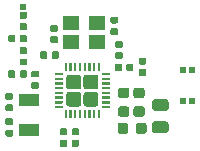
<source format=gbr>
G04 #@! TF.GenerationSoftware,KiCad,Pcbnew,(5.0.2)-1*
G04 #@! TF.CreationDate,2019-04-15T20:42:24-05:00*
G04 #@! TF.ProjectId,testDesign2,74657374-4465-4736-9967-6e322e6b6963,rev?*
G04 #@! TF.SameCoordinates,Original*
G04 #@! TF.FileFunction,Paste,Top*
G04 #@! TF.FilePolarity,Positive*
%FSLAX46Y46*%
G04 Gerber Fmt 4.6, Leading zero omitted, Abs format (unit mm)*
G04 Created by KiCad (PCBNEW (5.0.2)-1) date 4/15/2019 8:42:24 PM*
%MOMM*%
%LPD*%
G01*
G04 APERTURE LIST*
%ADD10R,0.508000X0.508000*%
%ADD11R,1.400000X1.150000*%
%ADD12R,1.800000X1.000000*%
%ADD13C,0.100000*%
%ADD14C,1.260000*%
%ADD15C,0.200000*%
%ADD16C,0.590000*%
%ADD17C,0.975000*%
%ADD18C,0.875000*%
%ADD19R,0.550000X0.550000*%
G04 APERTURE END LIST*
D10*
G04 #@! TO.C,AE1*
X51000000Y-47000000D03*
G04 #@! TD*
D11*
G04 #@! TO.C,Y2*
X57200000Y-50000000D03*
X55000000Y-50000000D03*
X55000000Y-48400000D03*
X57200000Y-48400000D03*
G04 #@! TD*
D12*
G04 #@! TO.C,Y1*
X51500000Y-54900000D03*
X51500000Y-57400000D03*
G04 #@! TD*
D13*
G04 #@! TO.C,U1*
G36*
X55679504Y-52746204D02*
X55703773Y-52749804D01*
X55727571Y-52755765D01*
X55750671Y-52764030D01*
X55772849Y-52774520D01*
X55793893Y-52787133D01*
X55813598Y-52801747D01*
X55831777Y-52818223D01*
X55848253Y-52836402D01*
X55862867Y-52856107D01*
X55875480Y-52877151D01*
X55885970Y-52899329D01*
X55894235Y-52922429D01*
X55900196Y-52946227D01*
X55903796Y-52970496D01*
X55905000Y-52995000D01*
X55905000Y-53755000D01*
X55903796Y-53779504D01*
X55900196Y-53803773D01*
X55894235Y-53827571D01*
X55885970Y-53850671D01*
X55875480Y-53872849D01*
X55862867Y-53893893D01*
X55848253Y-53913598D01*
X55831777Y-53931777D01*
X55813598Y-53948253D01*
X55793893Y-53962867D01*
X55772849Y-53975480D01*
X55750671Y-53985970D01*
X55727571Y-53994235D01*
X55703773Y-54000196D01*
X55679504Y-54003796D01*
X55655000Y-54005000D01*
X54895000Y-54005000D01*
X54870496Y-54003796D01*
X54846227Y-54000196D01*
X54822429Y-53994235D01*
X54799329Y-53985970D01*
X54777151Y-53975480D01*
X54756107Y-53962867D01*
X54736402Y-53948253D01*
X54718223Y-53931777D01*
X54701747Y-53913598D01*
X54687133Y-53893893D01*
X54674520Y-53872849D01*
X54664030Y-53850671D01*
X54655765Y-53827571D01*
X54649804Y-53803773D01*
X54646204Y-53779504D01*
X54645000Y-53755000D01*
X54645000Y-52995000D01*
X54646204Y-52970496D01*
X54649804Y-52946227D01*
X54655765Y-52922429D01*
X54664030Y-52899329D01*
X54674520Y-52877151D01*
X54687133Y-52856107D01*
X54701747Y-52836402D01*
X54718223Y-52818223D01*
X54736402Y-52801747D01*
X54756107Y-52787133D01*
X54777151Y-52774520D01*
X54799329Y-52764030D01*
X54822429Y-52755765D01*
X54846227Y-52749804D01*
X54870496Y-52746204D01*
X54895000Y-52745000D01*
X55655000Y-52745000D01*
X55679504Y-52746204D01*
X55679504Y-52746204D01*
G37*
D14*
X55275000Y-53375000D03*
D13*
G36*
X55679504Y-54196204D02*
X55703773Y-54199804D01*
X55727571Y-54205765D01*
X55750671Y-54214030D01*
X55772849Y-54224520D01*
X55793893Y-54237133D01*
X55813598Y-54251747D01*
X55831777Y-54268223D01*
X55848253Y-54286402D01*
X55862867Y-54306107D01*
X55875480Y-54327151D01*
X55885970Y-54349329D01*
X55894235Y-54372429D01*
X55900196Y-54396227D01*
X55903796Y-54420496D01*
X55905000Y-54445000D01*
X55905000Y-55205000D01*
X55903796Y-55229504D01*
X55900196Y-55253773D01*
X55894235Y-55277571D01*
X55885970Y-55300671D01*
X55875480Y-55322849D01*
X55862867Y-55343893D01*
X55848253Y-55363598D01*
X55831777Y-55381777D01*
X55813598Y-55398253D01*
X55793893Y-55412867D01*
X55772849Y-55425480D01*
X55750671Y-55435970D01*
X55727571Y-55444235D01*
X55703773Y-55450196D01*
X55679504Y-55453796D01*
X55655000Y-55455000D01*
X54895000Y-55455000D01*
X54870496Y-55453796D01*
X54846227Y-55450196D01*
X54822429Y-55444235D01*
X54799329Y-55435970D01*
X54777151Y-55425480D01*
X54756107Y-55412867D01*
X54736402Y-55398253D01*
X54718223Y-55381777D01*
X54701747Y-55363598D01*
X54687133Y-55343893D01*
X54674520Y-55322849D01*
X54664030Y-55300671D01*
X54655765Y-55277571D01*
X54649804Y-55253773D01*
X54646204Y-55229504D01*
X54645000Y-55205000D01*
X54645000Y-54445000D01*
X54646204Y-54420496D01*
X54649804Y-54396227D01*
X54655765Y-54372429D01*
X54664030Y-54349329D01*
X54674520Y-54327151D01*
X54687133Y-54306107D01*
X54701747Y-54286402D01*
X54718223Y-54268223D01*
X54736402Y-54251747D01*
X54756107Y-54237133D01*
X54777151Y-54224520D01*
X54799329Y-54214030D01*
X54822429Y-54205765D01*
X54846227Y-54199804D01*
X54870496Y-54196204D01*
X54895000Y-54195000D01*
X55655000Y-54195000D01*
X55679504Y-54196204D01*
X55679504Y-54196204D01*
G37*
D14*
X55275000Y-54825000D03*
D13*
G36*
X57129504Y-52746204D02*
X57153773Y-52749804D01*
X57177571Y-52755765D01*
X57200671Y-52764030D01*
X57222849Y-52774520D01*
X57243893Y-52787133D01*
X57263598Y-52801747D01*
X57281777Y-52818223D01*
X57298253Y-52836402D01*
X57312867Y-52856107D01*
X57325480Y-52877151D01*
X57335970Y-52899329D01*
X57344235Y-52922429D01*
X57350196Y-52946227D01*
X57353796Y-52970496D01*
X57355000Y-52995000D01*
X57355000Y-53755000D01*
X57353796Y-53779504D01*
X57350196Y-53803773D01*
X57344235Y-53827571D01*
X57335970Y-53850671D01*
X57325480Y-53872849D01*
X57312867Y-53893893D01*
X57298253Y-53913598D01*
X57281777Y-53931777D01*
X57263598Y-53948253D01*
X57243893Y-53962867D01*
X57222849Y-53975480D01*
X57200671Y-53985970D01*
X57177571Y-53994235D01*
X57153773Y-54000196D01*
X57129504Y-54003796D01*
X57105000Y-54005000D01*
X56345000Y-54005000D01*
X56320496Y-54003796D01*
X56296227Y-54000196D01*
X56272429Y-53994235D01*
X56249329Y-53985970D01*
X56227151Y-53975480D01*
X56206107Y-53962867D01*
X56186402Y-53948253D01*
X56168223Y-53931777D01*
X56151747Y-53913598D01*
X56137133Y-53893893D01*
X56124520Y-53872849D01*
X56114030Y-53850671D01*
X56105765Y-53827571D01*
X56099804Y-53803773D01*
X56096204Y-53779504D01*
X56095000Y-53755000D01*
X56095000Y-52995000D01*
X56096204Y-52970496D01*
X56099804Y-52946227D01*
X56105765Y-52922429D01*
X56114030Y-52899329D01*
X56124520Y-52877151D01*
X56137133Y-52856107D01*
X56151747Y-52836402D01*
X56168223Y-52818223D01*
X56186402Y-52801747D01*
X56206107Y-52787133D01*
X56227151Y-52774520D01*
X56249329Y-52764030D01*
X56272429Y-52755765D01*
X56296227Y-52749804D01*
X56320496Y-52746204D01*
X56345000Y-52745000D01*
X57105000Y-52745000D01*
X57129504Y-52746204D01*
X57129504Y-52746204D01*
G37*
D14*
X56725000Y-53375000D03*
D13*
G36*
X57129504Y-54196204D02*
X57153773Y-54199804D01*
X57177571Y-54205765D01*
X57200671Y-54214030D01*
X57222849Y-54224520D01*
X57243893Y-54237133D01*
X57263598Y-54251747D01*
X57281777Y-54268223D01*
X57298253Y-54286402D01*
X57312867Y-54306107D01*
X57325480Y-54327151D01*
X57335970Y-54349329D01*
X57344235Y-54372429D01*
X57350196Y-54396227D01*
X57353796Y-54420496D01*
X57355000Y-54445000D01*
X57355000Y-55205000D01*
X57353796Y-55229504D01*
X57350196Y-55253773D01*
X57344235Y-55277571D01*
X57335970Y-55300671D01*
X57325480Y-55322849D01*
X57312867Y-55343893D01*
X57298253Y-55363598D01*
X57281777Y-55381777D01*
X57263598Y-55398253D01*
X57243893Y-55412867D01*
X57222849Y-55425480D01*
X57200671Y-55435970D01*
X57177571Y-55444235D01*
X57153773Y-55450196D01*
X57129504Y-55453796D01*
X57105000Y-55455000D01*
X56345000Y-55455000D01*
X56320496Y-55453796D01*
X56296227Y-55450196D01*
X56272429Y-55444235D01*
X56249329Y-55435970D01*
X56227151Y-55425480D01*
X56206107Y-55412867D01*
X56186402Y-55398253D01*
X56168223Y-55381777D01*
X56151747Y-55363598D01*
X56137133Y-55343893D01*
X56124520Y-55322849D01*
X56114030Y-55300671D01*
X56105765Y-55277571D01*
X56099804Y-55253773D01*
X56096204Y-55229504D01*
X56095000Y-55205000D01*
X56095000Y-54445000D01*
X56096204Y-54420496D01*
X56099804Y-54396227D01*
X56105765Y-54372429D01*
X56114030Y-54349329D01*
X56124520Y-54327151D01*
X56137133Y-54306107D01*
X56151747Y-54286402D01*
X56168223Y-54268223D01*
X56186402Y-54251747D01*
X56206107Y-54237133D01*
X56227151Y-54224520D01*
X56249329Y-54214030D01*
X56272429Y-54205765D01*
X56296227Y-54199804D01*
X56320496Y-54196204D01*
X56345000Y-54195000D01*
X57105000Y-54195000D01*
X57129504Y-54196204D01*
X57129504Y-54196204D01*
G37*
D14*
X56725000Y-54825000D03*
D13*
G36*
X54304901Y-52600241D02*
X54309755Y-52600961D01*
X54314514Y-52602153D01*
X54319134Y-52603806D01*
X54323570Y-52605904D01*
X54327779Y-52608427D01*
X54331720Y-52611349D01*
X54335355Y-52614645D01*
X54338651Y-52618280D01*
X54341573Y-52622221D01*
X54344096Y-52626430D01*
X54346194Y-52630866D01*
X54347847Y-52635486D01*
X54349039Y-52640245D01*
X54349759Y-52645099D01*
X54350000Y-52650000D01*
X54350000Y-52750000D01*
X54349759Y-52754901D01*
X54349039Y-52759755D01*
X54347847Y-52764514D01*
X54346194Y-52769134D01*
X54344096Y-52773570D01*
X54341573Y-52777779D01*
X54338651Y-52781720D01*
X54335355Y-52785355D01*
X54331720Y-52788651D01*
X54327779Y-52791573D01*
X54323570Y-52794096D01*
X54319134Y-52796194D01*
X54314514Y-52797847D01*
X54309755Y-52799039D01*
X54304901Y-52799759D01*
X54300000Y-52800000D01*
X53700000Y-52800000D01*
X53695099Y-52799759D01*
X53690245Y-52799039D01*
X53685486Y-52797847D01*
X53680866Y-52796194D01*
X53676430Y-52794096D01*
X53672221Y-52791573D01*
X53668280Y-52788651D01*
X53664645Y-52785355D01*
X53661349Y-52781720D01*
X53658427Y-52777779D01*
X53655904Y-52773570D01*
X53653806Y-52769134D01*
X53652153Y-52764514D01*
X53650961Y-52759755D01*
X53650241Y-52754901D01*
X53650000Y-52750000D01*
X53650000Y-52650000D01*
X53650241Y-52645099D01*
X53650961Y-52640245D01*
X53652153Y-52635486D01*
X53653806Y-52630866D01*
X53655904Y-52626430D01*
X53658427Y-52622221D01*
X53661349Y-52618280D01*
X53664645Y-52614645D01*
X53668280Y-52611349D01*
X53672221Y-52608427D01*
X53676430Y-52605904D01*
X53680866Y-52603806D01*
X53685486Y-52602153D01*
X53690245Y-52600961D01*
X53695099Y-52600241D01*
X53700000Y-52600000D01*
X54300000Y-52600000D01*
X54304901Y-52600241D01*
X54304901Y-52600241D01*
G37*
D15*
X54000000Y-52700000D03*
D13*
G36*
X54304901Y-53000241D02*
X54309755Y-53000961D01*
X54314514Y-53002153D01*
X54319134Y-53003806D01*
X54323570Y-53005904D01*
X54327779Y-53008427D01*
X54331720Y-53011349D01*
X54335355Y-53014645D01*
X54338651Y-53018280D01*
X54341573Y-53022221D01*
X54344096Y-53026430D01*
X54346194Y-53030866D01*
X54347847Y-53035486D01*
X54349039Y-53040245D01*
X54349759Y-53045099D01*
X54350000Y-53050000D01*
X54350000Y-53150000D01*
X54349759Y-53154901D01*
X54349039Y-53159755D01*
X54347847Y-53164514D01*
X54346194Y-53169134D01*
X54344096Y-53173570D01*
X54341573Y-53177779D01*
X54338651Y-53181720D01*
X54335355Y-53185355D01*
X54331720Y-53188651D01*
X54327779Y-53191573D01*
X54323570Y-53194096D01*
X54319134Y-53196194D01*
X54314514Y-53197847D01*
X54309755Y-53199039D01*
X54304901Y-53199759D01*
X54300000Y-53200000D01*
X53700000Y-53200000D01*
X53695099Y-53199759D01*
X53690245Y-53199039D01*
X53685486Y-53197847D01*
X53680866Y-53196194D01*
X53676430Y-53194096D01*
X53672221Y-53191573D01*
X53668280Y-53188651D01*
X53664645Y-53185355D01*
X53661349Y-53181720D01*
X53658427Y-53177779D01*
X53655904Y-53173570D01*
X53653806Y-53169134D01*
X53652153Y-53164514D01*
X53650961Y-53159755D01*
X53650241Y-53154901D01*
X53650000Y-53150000D01*
X53650000Y-53050000D01*
X53650241Y-53045099D01*
X53650961Y-53040245D01*
X53652153Y-53035486D01*
X53653806Y-53030866D01*
X53655904Y-53026430D01*
X53658427Y-53022221D01*
X53661349Y-53018280D01*
X53664645Y-53014645D01*
X53668280Y-53011349D01*
X53672221Y-53008427D01*
X53676430Y-53005904D01*
X53680866Y-53003806D01*
X53685486Y-53002153D01*
X53690245Y-53000961D01*
X53695099Y-53000241D01*
X53700000Y-53000000D01*
X54300000Y-53000000D01*
X54304901Y-53000241D01*
X54304901Y-53000241D01*
G37*
D15*
X54000000Y-53100000D03*
D13*
G36*
X54304901Y-53400241D02*
X54309755Y-53400961D01*
X54314514Y-53402153D01*
X54319134Y-53403806D01*
X54323570Y-53405904D01*
X54327779Y-53408427D01*
X54331720Y-53411349D01*
X54335355Y-53414645D01*
X54338651Y-53418280D01*
X54341573Y-53422221D01*
X54344096Y-53426430D01*
X54346194Y-53430866D01*
X54347847Y-53435486D01*
X54349039Y-53440245D01*
X54349759Y-53445099D01*
X54350000Y-53450000D01*
X54350000Y-53550000D01*
X54349759Y-53554901D01*
X54349039Y-53559755D01*
X54347847Y-53564514D01*
X54346194Y-53569134D01*
X54344096Y-53573570D01*
X54341573Y-53577779D01*
X54338651Y-53581720D01*
X54335355Y-53585355D01*
X54331720Y-53588651D01*
X54327779Y-53591573D01*
X54323570Y-53594096D01*
X54319134Y-53596194D01*
X54314514Y-53597847D01*
X54309755Y-53599039D01*
X54304901Y-53599759D01*
X54300000Y-53600000D01*
X53700000Y-53600000D01*
X53695099Y-53599759D01*
X53690245Y-53599039D01*
X53685486Y-53597847D01*
X53680866Y-53596194D01*
X53676430Y-53594096D01*
X53672221Y-53591573D01*
X53668280Y-53588651D01*
X53664645Y-53585355D01*
X53661349Y-53581720D01*
X53658427Y-53577779D01*
X53655904Y-53573570D01*
X53653806Y-53569134D01*
X53652153Y-53564514D01*
X53650961Y-53559755D01*
X53650241Y-53554901D01*
X53650000Y-53550000D01*
X53650000Y-53450000D01*
X53650241Y-53445099D01*
X53650961Y-53440245D01*
X53652153Y-53435486D01*
X53653806Y-53430866D01*
X53655904Y-53426430D01*
X53658427Y-53422221D01*
X53661349Y-53418280D01*
X53664645Y-53414645D01*
X53668280Y-53411349D01*
X53672221Y-53408427D01*
X53676430Y-53405904D01*
X53680866Y-53403806D01*
X53685486Y-53402153D01*
X53690245Y-53400961D01*
X53695099Y-53400241D01*
X53700000Y-53400000D01*
X54300000Y-53400000D01*
X54304901Y-53400241D01*
X54304901Y-53400241D01*
G37*
D15*
X54000000Y-53500000D03*
D13*
G36*
X54304901Y-53800241D02*
X54309755Y-53800961D01*
X54314514Y-53802153D01*
X54319134Y-53803806D01*
X54323570Y-53805904D01*
X54327779Y-53808427D01*
X54331720Y-53811349D01*
X54335355Y-53814645D01*
X54338651Y-53818280D01*
X54341573Y-53822221D01*
X54344096Y-53826430D01*
X54346194Y-53830866D01*
X54347847Y-53835486D01*
X54349039Y-53840245D01*
X54349759Y-53845099D01*
X54350000Y-53850000D01*
X54350000Y-53950000D01*
X54349759Y-53954901D01*
X54349039Y-53959755D01*
X54347847Y-53964514D01*
X54346194Y-53969134D01*
X54344096Y-53973570D01*
X54341573Y-53977779D01*
X54338651Y-53981720D01*
X54335355Y-53985355D01*
X54331720Y-53988651D01*
X54327779Y-53991573D01*
X54323570Y-53994096D01*
X54319134Y-53996194D01*
X54314514Y-53997847D01*
X54309755Y-53999039D01*
X54304901Y-53999759D01*
X54300000Y-54000000D01*
X53700000Y-54000000D01*
X53695099Y-53999759D01*
X53690245Y-53999039D01*
X53685486Y-53997847D01*
X53680866Y-53996194D01*
X53676430Y-53994096D01*
X53672221Y-53991573D01*
X53668280Y-53988651D01*
X53664645Y-53985355D01*
X53661349Y-53981720D01*
X53658427Y-53977779D01*
X53655904Y-53973570D01*
X53653806Y-53969134D01*
X53652153Y-53964514D01*
X53650961Y-53959755D01*
X53650241Y-53954901D01*
X53650000Y-53950000D01*
X53650000Y-53850000D01*
X53650241Y-53845099D01*
X53650961Y-53840245D01*
X53652153Y-53835486D01*
X53653806Y-53830866D01*
X53655904Y-53826430D01*
X53658427Y-53822221D01*
X53661349Y-53818280D01*
X53664645Y-53814645D01*
X53668280Y-53811349D01*
X53672221Y-53808427D01*
X53676430Y-53805904D01*
X53680866Y-53803806D01*
X53685486Y-53802153D01*
X53690245Y-53800961D01*
X53695099Y-53800241D01*
X53700000Y-53800000D01*
X54300000Y-53800000D01*
X54304901Y-53800241D01*
X54304901Y-53800241D01*
G37*
D15*
X54000000Y-53900000D03*
D13*
G36*
X54304901Y-54200241D02*
X54309755Y-54200961D01*
X54314514Y-54202153D01*
X54319134Y-54203806D01*
X54323570Y-54205904D01*
X54327779Y-54208427D01*
X54331720Y-54211349D01*
X54335355Y-54214645D01*
X54338651Y-54218280D01*
X54341573Y-54222221D01*
X54344096Y-54226430D01*
X54346194Y-54230866D01*
X54347847Y-54235486D01*
X54349039Y-54240245D01*
X54349759Y-54245099D01*
X54350000Y-54250000D01*
X54350000Y-54350000D01*
X54349759Y-54354901D01*
X54349039Y-54359755D01*
X54347847Y-54364514D01*
X54346194Y-54369134D01*
X54344096Y-54373570D01*
X54341573Y-54377779D01*
X54338651Y-54381720D01*
X54335355Y-54385355D01*
X54331720Y-54388651D01*
X54327779Y-54391573D01*
X54323570Y-54394096D01*
X54319134Y-54396194D01*
X54314514Y-54397847D01*
X54309755Y-54399039D01*
X54304901Y-54399759D01*
X54300000Y-54400000D01*
X53700000Y-54400000D01*
X53695099Y-54399759D01*
X53690245Y-54399039D01*
X53685486Y-54397847D01*
X53680866Y-54396194D01*
X53676430Y-54394096D01*
X53672221Y-54391573D01*
X53668280Y-54388651D01*
X53664645Y-54385355D01*
X53661349Y-54381720D01*
X53658427Y-54377779D01*
X53655904Y-54373570D01*
X53653806Y-54369134D01*
X53652153Y-54364514D01*
X53650961Y-54359755D01*
X53650241Y-54354901D01*
X53650000Y-54350000D01*
X53650000Y-54250000D01*
X53650241Y-54245099D01*
X53650961Y-54240245D01*
X53652153Y-54235486D01*
X53653806Y-54230866D01*
X53655904Y-54226430D01*
X53658427Y-54222221D01*
X53661349Y-54218280D01*
X53664645Y-54214645D01*
X53668280Y-54211349D01*
X53672221Y-54208427D01*
X53676430Y-54205904D01*
X53680866Y-54203806D01*
X53685486Y-54202153D01*
X53690245Y-54200961D01*
X53695099Y-54200241D01*
X53700000Y-54200000D01*
X54300000Y-54200000D01*
X54304901Y-54200241D01*
X54304901Y-54200241D01*
G37*
D15*
X54000000Y-54300000D03*
D13*
G36*
X54304901Y-54600241D02*
X54309755Y-54600961D01*
X54314514Y-54602153D01*
X54319134Y-54603806D01*
X54323570Y-54605904D01*
X54327779Y-54608427D01*
X54331720Y-54611349D01*
X54335355Y-54614645D01*
X54338651Y-54618280D01*
X54341573Y-54622221D01*
X54344096Y-54626430D01*
X54346194Y-54630866D01*
X54347847Y-54635486D01*
X54349039Y-54640245D01*
X54349759Y-54645099D01*
X54350000Y-54650000D01*
X54350000Y-54750000D01*
X54349759Y-54754901D01*
X54349039Y-54759755D01*
X54347847Y-54764514D01*
X54346194Y-54769134D01*
X54344096Y-54773570D01*
X54341573Y-54777779D01*
X54338651Y-54781720D01*
X54335355Y-54785355D01*
X54331720Y-54788651D01*
X54327779Y-54791573D01*
X54323570Y-54794096D01*
X54319134Y-54796194D01*
X54314514Y-54797847D01*
X54309755Y-54799039D01*
X54304901Y-54799759D01*
X54300000Y-54800000D01*
X53700000Y-54800000D01*
X53695099Y-54799759D01*
X53690245Y-54799039D01*
X53685486Y-54797847D01*
X53680866Y-54796194D01*
X53676430Y-54794096D01*
X53672221Y-54791573D01*
X53668280Y-54788651D01*
X53664645Y-54785355D01*
X53661349Y-54781720D01*
X53658427Y-54777779D01*
X53655904Y-54773570D01*
X53653806Y-54769134D01*
X53652153Y-54764514D01*
X53650961Y-54759755D01*
X53650241Y-54754901D01*
X53650000Y-54750000D01*
X53650000Y-54650000D01*
X53650241Y-54645099D01*
X53650961Y-54640245D01*
X53652153Y-54635486D01*
X53653806Y-54630866D01*
X53655904Y-54626430D01*
X53658427Y-54622221D01*
X53661349Y-54618280D01*
X53664645Y-54614645D01*
X53668280Y-54611349D01*
X53672221Y-54608427D01*
X53676430Y-54605904D01*
X53680866Y-54603806D01*
X53685486Y-54602153D01*
X53690245Y-54600961D01*
X53695099Y-54600241D01*
X53700000Y-54600000D01*
X54300000Y-54600000D01*
X54304901Y-54600241D01*
X54304901Y-54600241D01*
G37*
D15*
X54000000Y-54700000D03*
D13*
G36*
X54304901Y-55000241D02*
X54309755Y-55000961D01*
X54314514Y-55002153D01*
X54319134Y-55003806D01*
X54323570Y-55005904D01*
X54327779Y-55008427D01*
X54331720Y-55011349D01*
X54335355Y-55014645D01*
X54338651Y-55018280D01*
X54341573Y-55022221D01*
X54344096Y-55026430D01*
X54346194Y-55030866D01*
X54347847Y-55035486D01*
X54349039Y-55040245D01*
X54349759Y-55045099D01*
X54350000Y-55050000D01*
X54350000Y-55150000D01*
X54349759Y-55154901D01*
X54349039Y-55159755D01*
X54347847Y-55164514D01*
X54346194Y-55169134D01*
X54344096Y-55173570D01*
X54341573Y-55177779D01*
X54338651Y-55181720D01*
X54335355Y-55185355D01*
X54331720Y-55188651D01*
X54327779Y-55191573D01*
X54323570Y-55194096D01*
X54319134Y-55196194D01*
X54314514Y-55197847D01*
X54309755Y-55199039D01*
X54304901Y-55199759D01*
X54300000Y-55200000D01*
X53700000Y-55200000D01*
X53695099Y-55199759D01*
X53690245Y-55199039D01*
X53685486Y-55197847D01*
X53680866Y-55196194D01*
X53676430Y-55194096D01*
X53672221Y-55191573D01*
X53668280Y-55188651D01*
X53664645Y-55185355D01*
X53661349Y-55181720D01*
X53658427Y-55177779D01*
X53655904Y-55173570D01*
X53653806Y-55169134D01*
X53652153Y-55164514D01*
X53650961Y-55159755D01*
X53650241Y-55154901D01*
X53650000Y-55150000D01*
X53650000Y-55050000D01*
X53650241Y-55045099D01*
X53650961Y-55040245D01*
X53652153Y-55035486D01*
X53653806Y-55030866D01*
X53655904Y-55026430D01*
X53658427Y-55022221D01*
X53661349Y-55018280D01*
X53664645Y-55014645D01*
X53668280Y-55011349D01*
X53672221Y-55008427D01*
X53676430Y-55005904D01*
X53680866Y-55003806D01*
X53685486Y-55002153D01*
X53690245Y-55000961D01*
X53695099Y-55000241D01*
X53700000Y-55000000D01*
X54300000Y-55000000D01*
X54304901Y-55000241D01*
X54304901Y-55000241D01*
G37*
D15*
X54000000Y-55100000D03*
D13*
G36*
X54304901Y-55400241D02*
X54309755Y-55400961D01*
X54314514Y-55402153D01*
X54319134Y-55403806D01*
X54323570Y-55405904D01*
X54327779Y-55408427D01*
X54331720Y-55411349D01*
X54335355Y-55414645D01*
X54338651Y-55418280D01*
X54341573Y-55422221D01*
X54344096Y-55426430D01*
X54346194Y-55430866D01*
X54347847Y-55435486D01*
X54349039Y-55440245D01*
X54349759Y-55445099D01*
X54350000Y-55450000D01*
X54350000Y-55550000D01*
X54349759Y-55554901D01*
X54349039Y-55559755D01*
X54347847Y-55564514D01*
X54346194Y-55569134D01*
X54344096Y-55573570D01*
X54341573Y-55577779D01*
X54338651Y-55581720D01*
X54335355Y-55585355D01*
X54331720Y-55588651D01*
X54327779Y-55591573D01*
X54323570Y-55594096D01*
X54319134Y-55596194D01*
X54314514Y-55597847D01*
X54309755Y-55599039D01*
X54304901Y-55599759D01*
X54300000Y-55600000D01*
X53700000Y-55600000D01*
X53695099Y-55599759D01*
X53690245Y-55599039D01*
X53685486Y-55597847D01*
X53680866Y-55596194D01*
X53676430Y-55594096D01*
X53672221Y-55591573D01*
X53668280Y-55588651D01*
X53664645Y-55585355D01*
X53661349Y-55581720D01*
X53658427Y-55577779D01*
X53655904Y-55573570D01*
X53653806Y-55569134D01*
X53652153Y-55564514D01*
X53650961Y-55559755D01*
X53650241Y-55554901D01*
X53650000Y-55550000D01*
X53650000Y-55450000D01*
X53650241Y-55445099D01*
X53650961Y-55440245D01*
X53652153Y-55435486D01*
X53653806Y-55430866D01*
X53655904Y-55426430D01*
X53658427Y-55422221D01*
X53661349Y-55418280D01*
X53664645Y-55414645D01*
X53668280Y-55411349D01*
X53672221Y-55408427D01*
X53676430Y-55405904D01*
X53680866Y-55403806D01*
X53685486Y-55402153D01*
X53690245Y-55400961D01*
X53695099Y-55400241D01*
X53700000Y-55400000D01*
X54300000Y-55400000D01*
X54304901Y-55400241D01*
X54304901Y-55400241D01*
G37*
D15*
X54000000Y-55500000D03*
D13*
G36*
X54654901Y-55750241D02*
X54659755Y-55750961D01*
X54664514Y-55752153D01*
X54669134Y-55753806D01*
X54673570Y-55755904D01*
X54677779Y-55758427D01*
X54681720Y-55761349D01*
X54685355Y-55764645D01*
X54688651Y-55768280D01*
X54691573Y-55772221D01*
X54694096Y-55776430D01*
X54696194Y-55780866D01*
X54697847Y-55785486D01*
X54699039Y-55790245D01*
X54699759Y-55795099D01*
X54700000Y-55800000D01*
X54700000Y-56400000D01*
X54699759Y-56404901D01*
X54699039Y-56409755D01*
X54697847Y-56414514D01*
X54696194Y-56419134D01*
X54694096Y-56423570D01*
X54691573Y-56427779D01*
X54688651Y-56431720D01*
X54685355Y-56435355D01*
X54681720Y-56438651D01*
X54677779Y-56441573D01*
X54673570Y-56444096D01*
X54669134Y-56446194D01*
X54664514Y-56447847D01*
X54659755Y-56449039D01*
X54654901Y-56449759D01*
X54650000Y-56450000D01*
X54550000Y-56450000D01*
X54545099Y-56449759D01*
X54540245Y-56449039D01*
X54535486Y-56447847D01*
X54530866Y-56446194D01*
X54526430Y-56444096D01*
X54522221Y-56441573D01*
X54518280Y-56438651D01*
X54514645Y-56435355D01*
X54511349Y-56431720D01*
X54508427Y-56427779D01*
X54505904Y-56423570D01*
X54503806Y-56419134D01*
X54502153Y-56414514D01*
X54500961Y-56409755D01*
X54500241Y-56404901D01*
X54500000Y-56400000D01*
X54500000Y-55800000D01*
X54500241Y-55795099D01*
X54500961Y-55790245D01*
X54502153Y-55785486D01*
X54503806Y-55780866D01*
X54505904Y-55776430D01*
X54508427Y-55772221D01*
X54511349Y-55768280D01*
X54514645Y-55764645D01*
X54518280Y-55761349D01*
X54522221Y-55758427D01*
X54526430Y-55755904D01*
X54530866Y-55753806D01*
X54535486Y-55752153D01*
X54540245Y-55750961D01*
X54545099Y-55750241D01*
X54550000Y-55750000D01*
X54650000Y-55750000D01*
X54654901Y-55750241D01*
X54654901Y-55750241D01*
G37*
D15*
X54600000Y-56100000D03*
D13*
G36*
X55054901Y-55750241D02*
X55059755Y-55750961D01*
X55064514Y-55752153D01*
X55069134Y-55753806D01*
X55073570Y-55755904D01*
X55077779Y-55758427D01*
X55081720Y-55761349D01*
X55085355Y-55764645D01*
X55088651Y-55768280D01*
X55091573Y-55772221D01*
X55094096Y-55776430D01*
X55096194Y-55780866D01*
X55097847Y-55785486D01*
X55099039Y-55790245D01*
X55099759Y-55795099D01*
X55100000Y-55800000D01*
X55100000Y-56400000D01*
X55099759Y-56404901D01*
X55099039Y-56409755D01*
X55097847Y-56414514D01*
X55096194Y-56419134D01*
X55094096Y-56423570D01*
X55091573Y-56427779D01*
X55088651Y-56431720D01*
X55085355Y-56435355D01*
X55081720Y-56438651D01*
X55077779Y-56441573D01*
X55073570Y-56444096D01*
X55069134Y-56446194D01*
X55064514Y-56447847D01*
X55059755Y-56449039D01*
X55054901Y-56449759D01*
X55050000Y-56450000D01*
X54950000Y-56450000D01*
X54945099Y-56449759D01*
X54940245Y-56449039D01*
X54935486Y-56447847D01*
X54930866Y-56446194D01*
X54926430Y-56444096D01*
X54922221Y-56441573D01*
X54918280Y-56438651D01*
X54914645Y-56435355D01*
X54911349Y-56431720D01*
X54908427Y-56427779D01*
X54905904Y-56423570D01*
X54903806Y-56419134D01*
X54902153Y-56414514D01*
X54900961Y-56409755D01*
X54900241Y-56404901D01*
X54900000Y-56400000D01*
X54900000Y-55800000D01*
X54900241Y-55795099D01*
X54900961Y-55790245D01*
X54902153Y-55785486D01*
X54903806Y-55780866D01*
X54905904Y-55776430D01*
X54908427Y-55772221D01*
X54911349Y-55768280D01*
X54914645Y-55764645D01*
X54918280Y-55761349D01*
X54922221Y-55758427D01*
X54926430Y-55755904D01*
X54930866Y-55753806D01*
X54935486Y-55752153D01*
X54940245Y-55750961D01*
X54945099Y-55750241D01*
X54950000Y-55750000D01*
X55050000Y-55750000D01*
X55054901Y-55750241D01*
X55054901Y-55750241D01*
G37*
D15*
X55000000Y-56100000D03*
D13*
G36*
X55454901Y-55750241D02*
X55459755Y-55750961D01*
X55464514Y-55752153D01*
X55469134Y-55753806D01*
X55473570Y-55755904D01*
X55477779Y-55758427D01*
X55481720Y-55761349D01*
X55485355Y-55764645D01*
X55488651Y-55768280D01*
X55491573Y-55772221D01*
X55494096Y-55776430D01*
X55496194Y-55780866D01*
X55497847Y-55785486D01*
X55499039Y-55790245D01*
X55499759Y-55795099D01*
X55500000Y-55800000D01*
X55500000Y-56400000D01*
X55499759Y-56404901D01*
X55499039Y-56409755D01*
X55497847Y-56414514D01*
X55496194Y-56419134D01*
X55494096Y-56423570D01*
X55491573Y-56427779D01*
X55488651Y-56431720D01*
X55485355Y-56435355D01*
X55481720Y-56438651D01*
X55477779Y-56441573D01*
X55473570Y-56444096D01*
X55469134Y-56446194D01*
X55464514Y-56447847D01*
X55459755Y-56449039D01*
X55454901Y-56449759D01*
X55450000Y-56450000D01*
X55350000Y-56450000D01*
X55345099Y-56449759D01*
X55340245Y-56449039D01*
X55335486Y-56447847D01*
X55330866Y-56446194D01*
X55326430Y-56444096D01*
X55322221Y-56441573D01*
X55318280Y-56438651D01*
X55314645Y-56435355D01*
X55311349Y-56431720D01*
X55308427Y-56427779D01*
X55305904Y-56423570D01*
X55303806Y-56419134D01*
X55302153Y-56414514D01*
X55300961Y-56409755D01*
X55300241Y-56404901D01*
X55300000Y-56400000D01*
X55300000Y-55800000D01*
X55300241Y-55795099D01*
X55300961Y-55790245D01*
X55302153Y-55785486D01*
X55303806Y-55780866D01*
X55305904Y-55776430D01*
X55308427Y-55772221D01*
X55311349Y-55768280D01*
X55314645Y-55764645D01*
X55318280Y-55761349D01*
X55322221Y-55758427D01*
X55326430Y-55755904D01*
X55330866Y-55753806D01*
X55335486Y-55752153D01*
X55340245Y-55750961D01*
X55345099Y-55750241D01*
X55350000Y-55750000D01*
X55450000Y-55750000D01*
X55454901Y-55750241D01*
X55454901Y-55750241D01*
G37*
D15*
X55400000Y-56100000D03*
D13*
G36*
X55854901Y-55750241D02*
X55859755Y-55750961D01*
X55864514Y-55752153D01*
X55869134Y-55753806D01*
X55873570Y-55755904D01*
X55877779Y-55758427D01*
X55881720Y-55761349D01*
X55885355Y-55764645D01*
X55888651Y-55768280D01*
X55891573Y-55772221D01*
X55894096Y-55776430D01*
X55896194Y-55780866D01*
X55897847Y-55785486D01*
X55899039Y-55790245D01*
X55899759Y-55795099D01*
X55900000Y-55800000D01*
X55900000Y-56400000D01*
X55899759Y-56404901D01*
X55899039Y-56409755D01*
X55897847Y-56414514D01*
X55896194Y-56419134D01*
X55894096Y-56423570D01*
X55891573Y-56427779D01*
X55888651Y-56431720D01*
X55885355Y-56435355D01*
X55881720Y-56438651D01*
X55877779Y-56441573D01*
X55873570Y-56444096D01*
X55869134Y-56446194D01*
X55864514Y-56447847D01*
X55859755Y-56449039D01*
X55854901Y-56449759D01*
X55850000Y-56450000D01*
X55750000Y-56450000D01*
X55745099Y-56449759D01*
X55740245Y-56449039D01*
X55735486Y-56447847D01*
X55730866Y-56446194D01*
X55726430Y-56444096D01*
X55722221Y-56441573D01*
X55718280Y-56438651D01*
X55714645Y-56435355D01*
X55711349Y-56431720D01*
X55708427Y-56427779D01*
X55705904Y-56423570D01*
X55703806Y-56419134D01*
X55702153Y-56414514D01*
X55700961Y-56409755D01*
X55700241Y-56404901D01*
X55700000Y-56400000D01*
X55700000Y-55800000D01*
X55700241Y-55795099D01*
X55700961Y-55790245D01*
X55702153Y-55785486D01*
X55703806Y-55780866D01*
X55705904Y-55776430D01*
X55708427Y-55772221D01*
X55711349Y-55768280D01*
X55714645Y-55764645D01*
X55718280Y-55761349D01*
X55722221Y-55758427D01*
X55726430Y-55755904D01*
X55730866Y-55753806D01*
X55735486Y-55752153D01*
X55740245Y-55750961D01*
X55745099Y-55750241D01*
X55750000Y-55750000D01*
X55850000Y-55750000D01*
X55854901Y-55750241D01*
X55854901Y-55750241D01*
G37*
D15*
X55800000Y-56100000D03*
D13*
G36*
X56254901Y-55750241D02*
X56259755Y-55750961D01*
X56264514Y-55752153D01*
X56269134Y-55753806D01*
X56273570Y-55755904D01*
X56277779Y-55758427D01*
X56281720Y-55761349D01*
X56285355Y-55764645D01*
X56288651Y-55768280D01*
X56291573Y-55772221D01*
X56294096Y-55776430D01*
X56296194Y-55780866D01*
X56297847Y-55785486D01*
X56299039Y-55790245D01*
X56299759Y-55795099D01*
X56300000Y-55800000D01*
X56300000Y-56400000D01*
X56299759Y-56404901D01*
X56299039Y-56409755D01*
X56297847Y-56414514D01*
X56296194Y-56419134D01*
X56294096Y-56423570D01*
X56291573Y-56427779D01*
X56288651Y-56431720D01*
X56285355Y-56435355D01*
X56281720Y-56438651D01*
X56277779Y-56441573D01*
X56273570Y-56444096D01*
X56269134Y-56446194D01*
X56264514Y-56447847D01*
X56259755Y-56449039D01*
X56254901Y-56449759D01*
X56250000Y-56450000D01*
X56150000Y-56450000D01*
X56145099Y-56449759D01*
X56140245Y-56449039D01*
X56135486Y-56447847D01*
X56130866Y-56446194D01*
X56126430Y-56444096D01*
X56122221Y-56441573D01*
X56118280Y-56438651D01*
X56114645Y-56435355D01*
X56111349Y-56431720D01*
X56108427Y-56427779D01*
X56105904Y-56423570D01*
X56103806Y-56419134D01*
X56102153Y-56414514D01*
X56100961Y-56409755D01*
X56100241Y-56404901D01*
X56100000Y-56400000D01*
X56100000Y-55800000D01*
X56100241Y-55795099D01*
X56100961Y-55790245D01*
X56102153Y-55785486D01*
X56103806Y-55780866D01*
X56105904Y-55776430D01*
X56108427Y-55772221D01*
X56111349Y-55768280D01*
X56114645Y-55764645D01*
X56118280Y-55761349D01*
X56122221Y-55758427D01*
X56126430Y-55755904D01*
X56130866Y-55753806D01*
X56135486Y-55752153D01*
X56140245Y-55750961D01*
X56145099Y-55750241D01*
X56150000Y-55750000D01*
X56250000Y-55750000D01*
X56254901Y-55750241D01*
X56254901Y-55750241D01*
G37*
D15*
X56200000Y-56100000D03*
D13*
G36*
X56654901Y-55750241D02*
X56659755Y-55750961D01*
X56664514Y-55752153D01*
X56669134Y-55753806D01*
X56673570Y-55755904D01*
X56677779Y-55758427D01*
X56681720Y-55761349D01*
X56685355Y-55764645D01*
X56688651Y-55768280D01*
X56691573Y-55772221D01*
X56694096Y-55776430D01*
X56696194Y-55780866D01*
X56697847Y-55785486D01*
X56699039Y-55790245D01*
X56699759Y-55795099D01*
X56700000Y-55800000D01*
X56700000Y-56400000D01*
X56699759Y-56404901D01*
X56699039Y-56409755D01*
X56697847Y-56414514D01*
X56696194Y-56419134D01*
X56694096Y-56423570D01*
X56691573Y-56427779D01*
X56688651Y-56431720D01*
X56685355Y-56435355D01*
X56681720Y-56438651D01*
X56677779Y-56441573D01*
X56673570Y-56444096D01*
X56669134Y-56446194D01*
X56664514Y-56447847D01*
X56659755Y-56449039D01*
X56654901Y-56449759D01*
X56650000Y-56450000D01*
X56550000Y-56450000D01*
X56545099Y-56449759D01*
X56540245Y-56449039D01*
X56535486Y-56447847D01*
X56530866Y-56446194D01*
X56526430Y-56444096D01*
X56522221Y-56441573D01*
X56518280Y-56438651D01*
X56514645Y-56435355D01*
X56511349Y-56431720D01*
X56508427Y-56427779D01*
X56505904Y-56423570D01*
X56503806Y-56419134D01*
X56502153Y-56414514D01*
X56500961Y-56409755D01*
X56500241Y-56404901D01*
X56500000Y-56400000D01*
X56500000Y-55800000D01*
X56500241Y-55795099D01*
X56500961Y-55790245D01*
X56502153Y-55785486D01*
X56503806Y-55780866D01*
X56505904Y-55776430D01*
X56508427Y-55772221D01*
X56511349Y-55768280D01*
X56514645Y-55764645D01*
X56518280Y-55761349D01*
X56522221Y-55758427D01*
X56526430Y-55755904D01*
X56530866Y-55753806D01*
X56535486Y-55752153D01*
X56540245Y-55750961D01*
X56545099Y-55750241D01*
X56550000Y-55750000D01*
X56650000Y-55750000D01*
X56654901Y-55750241D01*
X56654901Y-55750241D01*
G37*
D15*
X56600000Y-56100000D03*
D13*
G36*
X57054901Y-55750241D02*
X57059755Y-55750961D01*
X57064514Y-55752153D01*
X57069134Y-55753806D01*
X57073570Y-55755904D01*
X57077779Y-55758427D01*
X57081720Y-55761349D01*
X57085355Y-55764645D01*
X57088651Y-55768280D01*
X57091573Y-55772221D01*
X57094096Y-55776430D01*
X57096194Y-55780866D01*
X57097847Y-55785486D01*
X57099039Y-55790245D01*
X57099759Y-55795099D01*
X57100000Y-55800000D01*
X57100000Y-56400000D01*
X57099759Y-56404901D01*
X57099039Y-56409755D01*
X57097847Y-56414514D01*
X57096194Y-56419134D01*
X57094096Y-56423570D01*
X57091573Y-56427779D01*
X57088651Y-56431720D01*
X57085355Y-56435355D01*
X57081720Y-56438651D01*
X57077779Y-56441573D01*
X57073570Y-56444096D01*
X57069134Y-56446194D01*
X57064514Y-56447847D01*
X57059755Y-56449039D01*
X57054901Y-56449759D01*
X57050000Y-56450000D01*
X56950000Y-56450000D01*
X56945099Y-56449759D01*
X56940245Y-56449039D01*
X56935486Y-56447847D01*
X56930866Y-56446194D01*
X56926430Y-56444096D01*
X56922221Y-56441573D01*
X56918280Y-56438651D01*
X56914645Y-56435355D01*
X56911349Y-56431720D01*
X56908427Y-56427779D01*
X56905904Y-56423570D01*
X56903806Y-56419134D01*
X56902153Y-56414514D01*
X56900961Y-56409755D01*
X56900241Y-56404901D01*
X56900000Y-56400000D01*
X56900000Y-55800000D01*
X56900241Y-55795099D01*
X56900961Y-55790245D01*
X56902153Y-55785486D01*
X56903806Y-55780866D01*
X56905904Y-55776430D01*
X56908427Y-55772221D01*
X56911349Y-55768280D01*
X56914645Y-55764645D01*
X56918280Y-55761349D01*
X56922221Y-55758427D01*
X56926430Y-55755904D01*
X56930866Y-55753806D01*
X56935486Y-55752153D01*
X56940245Y-55750961D01*
X56945099Y-55750241D01*
X56950000Y-55750000D01*
X57050000Y-55750000D01*
X57054901Y-55750241D01*
X57054901Y-55750241D01*
G37*
D15*
X57000000Y-56100000D03*
D13*
G36*
X57454901Y-55750241D02*
X57459755Y-55750961D01*
X57464514Y-55752153D01*
X57469134Y-55753806D01*
X57473570Y-55755904D01*
X57477779Y-55758427D01*
X57481720Y-55761349D01*
X57485355Y-55764645D01*
X57488651Y-55768280D01*
X57491573Y-55772221D01*
X57494096Y-55776430D01*
X57496194Y-55780866D01*
X57497847Y-55785486D01*
X57499039Y-55790245D01*
X57499759Y-55795099D01*
X57500000Y-55800000D01*
X57500000Y-56400000D01*
X57499759Y-56404901D01*
X57499039Y-56409755D01*
X57497847Y-56414514D01*
X57496194Y-56419134D01*
X57494096Y-56423570D01*
X57491573Y-56427779D01*
X57488651Y-56431720D01*
X57485355Y-56435355D01*
X57481720Y-56438651D01*
X57477779Y-56441573D01*
X57473570Y-56444096D01*
X57469134Y-56446194D01*
X57464514Y-56447847D01*
X57459755Y-56449039D01*
X57454901Y-56449759D01*
X57450000Y-56450000D01*
X57350000Y-56450000D01*
X57345099Y-56449759D01*
X57340245Y-56449039D01*
X57335486Y-56447847D01*
X57330866Y-56446194D01*
X57326430Y-56444096D01*
X57322221Y-56441573D01*
X57318280Y-56438651D01*
X57314645Y-56435355D01*
X57311349Y-56431720D01*
X57308427Y-56427779D01*
X57305904Y-56423570D01*
X57303806Y-56419134D01*
X57302153Y-56414514D01*
X57300961Y-56409755D01*
X57300241Y-56404901D01*
X57300000Y-56400000D01*
X57300000Y-55800000D01*
X57300241Y-55795099D01*
X57300961Y-55790245D01*
X57302153Y-55785486D01*
X57303806Y-55780866D01*
X57305904Y-55776430D01*
X57308427Y-55772221D01*
X57311349Y-55768280D01*
X57314645Y-55764645D01*
X57318280Y-55761349D01*
X57322221Y-55758427D01*
X57326430Y-55755904D01*
X57330866Y-55753806D01*
X57335486Y-55752153D01*
X57340245Y-55750961D01*
X57345099Y-55750241D01*
X57350000Y-55750000D01*
X57450000Y-55750000D01*
X57454901Y-55750241D01*
X57454901Y-55750241D01*
G37*
D15*
X57400000Y-56100000D03*
D13*
G36*
X58304901Y-55400241D02*
X58309755Y-55400961D01*
X58314514Y-55402153D01*
X58319134Y-55403806D01*
X58323570Y-55405904D01*
X58327779Y-55408427D01*
X58331720Y-55411349D01*
X58335355Y-55414645D01*
X58338651Y-55418280D01*
X58341573Y-55422221D01*
X58344096Y-55426430D01*
X58346194Y-55430866D01*
X58347847Y-55435486D01*
X58349039Y-55440245D01*
X58349759Y-55445099D01*
X58350000Y-55450000D01*
X58350000Y-55550000D01*
X58349759Y-55554901D01*
X58349039Y-55559755D01*
X58347847Y-55564514D01*
X58346194Y-55569134D01*
X58344096Y-55573570D01*
X58341573Y-55577779D01*
X58338651Y-55581720D01*
X58335355Y-55585355D01*
X58331720Y-55588651D01*
X58327779Y-55591573D01*
X58323570Y-55594096D01*
X58319134Y-55596194D01*
X58314514Y-55597847D01*
X58309755Y-55599039D01*
X58304901Y-55599759D01*
X58300000Y-55600000D01*
X57700000Y-55600000D01*
X57695099Y-55599759D01*
X57690245Y-55599039D01*
X57685486Y-55597847D01*
X57680866Y-55596194D01*
X57676430Y-55594096D01*
X57672221Y-55591573D01*
X57668280Y-55588651D01*
X57664645Y-55585355D01*
X57661349Y-55581720D01*
X57658427Y-55577779D01*
X57655904Y-55573570D01*
X57653806Y-55569134D01*
X57652153Y-55564514D01*
X57650961Y-55559755D01*
X57650241Y-55554901D01*
X57650000Y-55550000D01*
X57650000Y-55450000D01*
X57650241Y-55445099D01*
X57650961Y-55440245D01*
X57652153Y-55435486D01*
X57653806Y-55430866D01*
X57655904Y-55426430D01*
X57658427Y-55422221D01*
X57661349Y-55418280D01*
X57664645Y-55414645D01*
X57668280Y-55411349D01*
X57672221Y-55408427D01*
X57676430Y-55405904D01*
X57680866Y-55403806D01*
X57685486Y-55402153D01*
X57690245Y-55400961D01*
X57695099Y-55400241D01*
X57700000Y-55400000D01*
X58300000Y-55400000D01*
X58304901Y-55400241D01*
X58304901Y-55400241D01*
G37*
D15*
X58000000Y-55500000D03*
D13*
G36*
X58304901Y-55000241D02*
X58309755Y-55000961D01*
X58314514Y-55002153D01*
X58319134Y-55003806D01*
X58323570Y-55005904D01*
X58327779Y-55008427D01*
X58331720Y-55011349D01*
X58335355Y-55014645D01*
X58338651Y-55018280D01*
X58341573Y-55022221D01*
X58344096Y-55026430D01*
X58346194Y-55030866D01*
X58347847Y-55035486D01*
X58349039Y-55040245D01*
X58349759Y-55045099D01*
X58350000Y-55050000D01*
X58350000Y-55150000D01*
X58349759Y-55154901D01*
X58349039Y-55159755D01*
X58347847Y-55164514D01*
X58346194Y-55169134D01*
X58344096Y-55173570D01*
X58341573Y-55177779D01*
X58338651Y-55181720D01*
X58335355Y-55185355D01*
X58331720Y-55188651D01*
X58327779Y-55191573D01*
X58323570Y-55194096D01*
X58319134Y-55196194D01*
X58314514Y-55197847D01*
X58309755Y-55199039D01*
X58304901Y-55199759D01*
X58300000Y-55200000D01*
X57700000Y-55200000D01*
X57695099Y-55199759D01*
X57690245Y-55199039D01*
X57685486Y-55197847D01*
X57680866Y-55196194D01*
X57676430Y-55194096D01*
X57672221Y-55191573D01*
X57668280Y-55188651D01*
X57664645Y-55185355D01*
X57661349Y-55181720D01*
X57658427Y-55177779D01*
X57655904Y-55173570D01*
X57653806Y-55169134D01*
X57652153Y-55164514D01*
X57650961Y-55159755D01*
X57650241Y-55154901D01*
X57650000Y-55150000D01*
X57650000Y-55050000D01*
X57650241Y-55045099D01*
X57650961Y-55040245D01*
X57652153Y-55035486D01*
X57653806Y-55030866D01*
X57655904Y-55026430D01*
X57658427Y-55022221D01*
X57661349Y-55018280D01*
X57664645Y-55014645D01*
X57668280Y-55011349D01*
X57672221Y-55008427D01*
X57676430Y-55005904D01*
X57680866Y-55003806D01*
X57685486Y-55002153D01*
X57690245Y-55000961D01*
X57695099Y-55000241D01*
X57700000Y-55000000D01*
X58300000Y-55000000D01*
X58304901Y-55000241D01*
X58304901Y-55000241D01*
G37*
D15*
X58000000Y-55100000D03*
D13*
G36*
X58304901Y-54600241D02*
X58309755Y-54600961D01*
X58314514Y-54602153D01*
X58319134Y-54603806D01*
X58323570Y-54605904D01*
X58327779Y-54608427D01*
X58331720Y-54611349D01*
X58335355Y-54614645D01*
X58338651Y-54618280D01*
X58341573Y-54622221D01*
X58344096Y-54626430D01*
X58346194Y-54630866D01*
X58347847Y-54635486D01*
X58349039Y-54640245D01*
X58349759Y-54645099D01*
X58350000Y-54650000D01*
X58350000Y-54750000D01*
X58349759Y-54754901D01*
X58349039Y-54759755D01*
X58347847Y-54764514D01*
X58346194Y-54769134D01*
X58344096Y-54773570D01*
X58341573Y-54777779D01*
X58338651Y-54781720D01*
X58335355Y-54785355D01*
X58331720Y-54788651D01*
X58327779Y-54791573D01*
X58323570Y-54794096D01*
X58319134Y-54796194D01*
X58314514Y-54797847D01*
X58309755Y-54799039D01*
X58304901Y-54799759D01*
X58300000Y-54800000D01*
X57700000Y-54800000D01*
X57695099Y-54799759D01*
X57690245Y-54799039D01*
X57685486Y-54797847D01*
X57680866Y-54796194D01*
X57676430Y-54794096D01*
X57672221Y-54791573D01*
X57668280Y-54788651D01*
X57664645Y-54785355D01*
X57661349Y-54781720D01*
X57658427Y-54777779D01*
X57655904Y-54773570D01*
X57653806Y-54769134D01*
X57652153Y-54764514D01*
X57650961Y-54759755D01*
X57650241Y-54754901D01*
X57650000Y-54750000D01*
X57650000Y-54650000D01*
X57650241Y-54645099D01*
X57650961Y-54640245D01*
X57652153Y-54635486D01*
X57653806Y-54630866D01*
X57655904Y-54626430D01*
X57658427Y-54622221D01*
X57661349Y-54618280D01*
X57664645Y-54614645D01*
X57668280Y-54611349D01*
X57672221Y-54608427D01*
X57676430Y-54605904D01*
X57680866Y-54603806D01*
X57685486Y-54602153D01*
X57690245Y-54600961D01*
X57695099Y-54600241D01*
X57700000Y-54600000D01*
X58300000Y-54600000D01*
X58304901Y-54600241D01*
X58304901Y-54600241D01*
G37*
D15*
X58000000Y-54700000D03*
D13*
G36*
X58304901Y-54200241D02*
X58309755Y-54200961D01*
X58314514Y-54202153D01*
X58319134Y-54203806D01*
X58323570Y-54205904D01*
X58327779Y-54208427D01*
X58331720Y-54211349D01*
X58335355Y-54214645D01*
X58338651Y-54218280D01*
X58341573Y-54222221D01*
X58344096Y-54226430D01*
X58346194Y-54230866D01*
X58347847Y-54235486D01*
X58349039Y-54240245D01*
X58349759Y-54245099D01*
X58350000Y-54250000D01*
X58350000Y-54350000D01*
X58349759Y-54354901D01*
X58349039Y-54359755D01*
X58347847Y-54364514D01*
X58346194Y-54369134D01*
X58344096Y-54373570D01*
X58341573Y-54377779D01*
X58338651Y-54381720D01*
X58335355Y-54385355D01*
X58331720Y-54388651D01*
X58327779Y-54391573D01*
X58323570Y-54394096D01*
X58319134Y-54396194D01*
X58314514Y-54397847D01*
X58309755Y-54399039D01*
X58304901Y-54399759D01*
X58300000Y-54400000D01*
X57700000Y-54400000D01*
X57695099Y-54399759D01*
X57690245Y-54399039D01*
X57685486Y-54397847D01*
X57680866Y-54396194D01*
X57676430Y-54394096D01*
X57672221Y-54391573D01*
X57668280Y-54388651D01*
X57664645Y-54385355D01*
X57661349Y-54381720D01*
X57658427Y-54377779D01*
X57655904Y-54373570D01*
X57653806Y-54369134D01*
X57652153Y-54364514D01*
X57650961Y-54359755D01*
X57650241Y-54354901D01*
X57650000Y-54350000D01*
X57650000Y-54250000D01*
X57650241Y-54245099D01*
X57650961Y-54240245D01*
X57652153Y-54235486D01*
X57653806Y-54230866D01*
X57655904Y-54226430D01*
X57658427Y-54222221D01*
X57661349Y-54218280D01*
X57664645Y-54214645D01*
X57668280Y-54211349D01*
X57672221Y-54208427D01*
X57676430Y-54205904D01*
X57680866Y-54203806D01*
X57685486Y-54202153D01*
X57690245Y-54200961D01*
X57695099Y-54200241D01*
X57700000Y-54200000D01*
X58300000Y-54200000D01*
X58304901Y-54200241D01*
X58304901Y-54200241D01*
G37*
D15*
X58000000Y-54300000D03*
D13*
G36*
X58304901Y-53800241D02*
X58309755Y-53800961D01*
X58314514Y-53802153D01*
X58319134Y-53803806D01*
X58323570Y-53805904D01*
X58327779Y-53808427D01*
X58331720Y-53811349D01*
X58335355Y-53814645D01*
X58338651Y-53818280D01*
X58341573Y-53822221D01*
X58344096Y-53826430D01*
X58346194Y-53830866D01*
X58347847Y-53835486D01*
X58349039Y-53840245D01*
X58349759Y-53845099D01*
X58350000Y-53850000D01*
X58350000Y-53950000D01*
X58349759Y-53954901D01*
X58349039Y-53959755D01*
X58347847Y-53964514D01*
X58346194Y-53969134D01*
X58344096Y-53973570D01*
X58341573Y-53977779D01*
X58338651Y-53981720D01*
X58335355Y-53985355D01*
X58331720Y-53988651D01*
X58327779Y-53991573D01*
X58323570Y-53994096D01*
X58319134Y-53996194D01*
X58314514Y-53997847D01*
X58309755Y-53999039D01*
X58304901Y-53999759D01*
X58300000Y-54000000D01*
X57700000Y-54000000D01*
X57695099Y-53999759D01*
X57690245Y-53999039D01*
X57685486Y-53997847D01*
X57680866Y-53996194D01*
X57676430Y-53994096D01*
X57672221Y-53991573D01*
X57668280Y-53988651D01*
X57664645Y-53985355D01*
X57661349Y-53981720D01*
X57658427Y-53977779D01*
X57655904Y-53973570D01*
X57653806Y-53969134D01*
X57652153Y-53964514D01*
X57650961Y-53959755D01*
X57650241Y-53954901D01*
X57650000Y-53950000D01*
X57650000Y-53850000D01*
X57650241Y-53845099D01*
X57650961Y-53840245D01*
X57652153Y-53835486D01*
X57653806Y-53830866D01*
X57655904Y-53826430D01*
X57658427Y-53822221D01*
X57661349Y-53818280D01*
X57664645Y-53814645D01*
X57668280Y-53811349D01*
X57672221Y-53808427D01*
X57676430Y-53805904D01*
X57680866Y-53803806D01*
X57685486Y-53802153D01*
X57690245Y-53800961D01*
X57695099Y-53800241D01*
X57700000Y-53800000D01*
X58300000Y-53800000D01*
X58304901Y-53800241D01*
X58304901Y-53800241D01*
G37*
D15*
X58000000Y-53900000D03*
D13*
G36*
X58304901Y-53400241D02*
X58309755Y-53400961D01*
X58314514Y-53402153D01*
X58319134Y-53403806D01*
X58323570Y-53405904D01*
X58327779Y-53408427D01*
X58331720Y-53411349D01*
X58335355Y-53414645D01*
X58338651Y-53418280D01*
X58341573Y-53422221D01*
X58344096Y-53426430D01*
X58346194Y-53430866D01*
X58347847Y-53435486D01*
X58349039Y-53440245D01*
X58349759Y-53445099D01*
X58350000Y-53450000D01*
X58350000Y-53550000D01*
X58349759Y-53554901D01*
X58349039Y-53559755D01*
X58347847Y-53564514D01*
X58346194Y-53569134D01*
X58344096Y-53573570D01*
X58341573Y-53577779D01*
X58338651Y-53581720D01*
X58335355Y-53585355D01*
X58331720Y-53588651D01*
X58327779Y-53591573D01*
X58323570Y-53594096D01*
X58319134Y-53596194D01*
X58314514Y-53597847D01*
X58309755Y-53599039D01*
X58304901Y-53599759D01*
X58300000Y-53600000D01*
X57700000Y-53600000D01*
X57695099Y-53599759D01*
X57690245Y-53599039D01*
X57685486Y-53597847D01*
X57680866Y-53596194D01*
X57676430Y-53594096D01*
X57672221Y-53591573D01*
X57668280Y-53588651D01*
X57664645Y-53585355D01*
X57661349Y-53581720D01*
X57658427Y-53577779D01*
X57655904Y-53573570D01*
X57653806Y-53569134D01*
X57652153Y-53564514D01*
X57650961Y-53559755D01*
X57650241Y-53554901D01*
X57650000Y-53550000D01*
X57650000Y-53450000D01*
X57650241Y-53445099D01*
X57650961Y-53440245D01*
X57652153Y-53435486D01*
X57653806Y-53430866D01*
X57655904Y-53426430D01*
X57658427Y-53422221D01*
X57661349Y-53418280D01*
X57664645Y-53414645D01*
X57668280Y-53411349D01*
X57672221Y-53408427D01*
X57676430Y-53405904D01*
X57680866Y-53403806D01*
X57685486Y-53402153D01*
X57690245Y-53400961D01*
X57695099Y-53400241D01*
X57700000Y-53400000D01*
X58300000Y-53400000D01*
X58304901Y-53400241D01*
X58304901Y-53400241D01*
G37*
D15*
X58000000Y-53500000D03*
D13*
G36*
X58304901Y-53000241D02*
X58309755Y-53000961D01*
X58314514Y-53002153D01*
X58319134Y-53003806D01*
X58323570Y-53005904D01*
X58327779Y-53008427D01*
X58331720Y-53011349D01*
X58335355Y-53014645D01*
X58338651Y-53018280D01*
X58341573Y-53022221D01*
X58344096Y-53026430D01*
X58346194Y-53030866D01*
X58347847Y-53035486D01*
X58349039Y-53040245D01*
X58349759Y-53045099D01*
X58350000Y-53050000D01*
X58350000Y-53150000D01*
X58349759Y-53154901D01*
X58349039Y-53159755D01*
X58347847Y-53164514D01*
X58346194Y-53169134D01*
X58344096Y-53173570D01*
X58341573Y-53177779D01*
X58338651Y-53181720D01*
X58335355Y-53185355D01*
X58331720Y-53188651D01*
X58327779Y-53191573D01*
X58323570Y-53194096D01*
X58319134Y-53196194D01*
X58314514Y-53197847D01*
X58309755Y-53199039D01*
X58304901Y-53199759D01*
X58300000Y-53200000D01*
X57700000Y-53200000D01*
X57695099Y-53199759D01*
X57690245Y-53199039D01*
X57685486Y-53197847D01*
X57680866Y-53196194D01*
X57676430Y-53194096D01*
X57672221Y-53191573D01*
X57668280Y-53188651D01*
X57664645Y-53185355D01*
X57661349Y-53181720D01*
X57658427Y-53177779D01*
X57655904Y-53173570D01*
X57653806Y-53169134D01*
X57652153Y-53164514D01*
X57650961Y-53159755D01*
X57650241Y-53154901D01*
X57650000Y-53150000D01*
X57650000Y-53050000D01*
X57650241Y-53045099D01*
X57650961Y-53040245D01*
X57652153Y-53035486D01*
X57653806Y-53030866D01*
X57655904Y-53026430D01*
X57658427Y-53022221D01*
X57661349Y-53018280D01*
X57664645Y-53014645D01*
X57668280Y-53011349D01*
X57672221Y-53008427D01*
X57676430Y-53005904D01*
X57680866Y-53003806D01*
X57685486Y-53002153D01*
X57690245Y-53000961D01*
X57695099Y-53000241D01*
X57700000Y-53000000D01*
X58300000Y-53000000D01*
X58304901Y-53000241D01*
X58304901Y-53000241D01*
G37*
D15*
X58000000Y-53100000D03*
D13*
G36*
X58304901Y-52600241D02*
X58309755Y-52600961D01*
X58314514Y-52602153D01*
X58319134Y-52603806D01*
X58323570Y-52605904D01*
X58327779Y-52608427D01*
X58331720Y-52611349D01*
X58335355Y-52614645D01*
X58338651Y-52618280D01*
X58341573Y-52622221D01*
X58344096Y-52626430D01*
X58346194Y-52630866D01*
X58347847Y-52635486D01*
X58349039Y-52640245D01*
X58349759Y-52645099D01*
X58350000Y-52650000D01*
X58350000Y-52750000D01*
X58349759Y-52754901D01*
X58349039Y-52759755D01*
X58347847Y-52764514D01*
X58346194Y-52769134D01*
X58344096Y-52773570D01*
X58341573Y-52777779D01*
X58338651Y-52781720D01*
X58335355Y-52785355D01*
X58331720Y-52788651D01*
X58327779Y-52791573D01*
X58323570Y-52794096D01*
X58319134Y-52796194D01*
X58314514Y-52797847D01*
X58309755Y-52799039D01*
X58304901Y-52799759D01*
X58300000Y-52800000D01*
X57700000Y-52800000D01*
X57695099Y-52799759D01*
X57690245Y-52799039D01*
X57685486Y-52797847D01*
X57680866Y-52796194D01*
X57676430Y-52794096D01*
X57672221Y-52791573D01*
X57668280Y-52788651D01*
X57664645Y-52785355D01*
X57661349Y-52781720D01*
X57658427Y-52777779D01*
X57655904Y-52773570D01*
X57653806Y-52769134D01*
X57652153Y-52764514D01*
X57650961Y-52759755D01*
X57650241Y-52754901D01*
X57650000Y-52750000D01*
X57650000Y-52650000D01*
X57650241Y-52645099D01*
X57650961Y-52640245D01*
X57652153Y-52635486D01*
X57653806Y-52630866D01*
X57655904Y-52626430D01*
X57658427Y-52622221D01*
X57661349Y-52618280D01*
X57664645Y-52614645D01*
X57668280Y-52611349D01*
X57672221Y-52608427D01*
X57676430Y-52605904D01*
X57680866Y-52603806D01*
X57685486Y-52602153D01*
X57690245Y-52600961D01*
X57695099Y-52600241D01*
X57700000Y-52600000D01*
X58300000Y-52600000D01*
X58304901Y-52600241D01*
X58304901Y-52600241D01*
G37*
D15*
X58000000Y-52700000D03*
D13*
G36*
X57454901Y-51750241D02*
X57459755Y-51750961D01*
X57464514Y-51752153D01*
X57469134Y-51753806D01*
X57473570Y-51755904D01*
X57477779Y-51758427D01*
X57481720Y-51761349D01*
X57485355Y-51764645D01*
X57488651Y-51768280D01*
X57491573Y-51772221D01*
X57494096Y-51776430D01*
X57496194Y-51780866D01*
X57497847Y-51785486D01*
X57499039Y-51790245D01*
X57499759Y-51795099D01*
X57500000Y-51800000D01*
X57500000Y-52400000D01*
X57499759Y-52404901D01*
X57499039Y-52409755D01*
X57497847Y-52414514D01*
X57496194Y-52419134D01*
X57494096Y-52423570D01*
X57491573Y-52427779D01*
X57488651Y-52431720D01*
X57485355Y-52435355D01*
X57481720Y-52438651D01*
X57477779Y-52441573D01*
X57473570Y-52444096D01*
X57469134Y-52446194D01*
X57464514Y-52447847D01*
X57459755Y-52449039D01*
X57454901Y-52449759D01*
X57450000Y-52450000D01*
X57350000Y-52450000D01*
X57345099Y-52449759D01*
X57340245Y-52449039D01*
X57335486Y-52447847D01*
X57330866Y-52446194D01*
X57326430Y-52444096D01*
X57322221Y-52441573D01*
X57318280Y-52438651D01*
X57314645Y-52435355D01*
X57311349Y-52431720D01*
X57308427Y-52427779D01*
X57305904Y-52423570D01*
X57303806Y-52419134D01*
X57302153Y-52414514D01*
X57300961Y-52409755D01*
X57300241Y-52404901D01*
X57300000Y-52400000D01*
X57300000Y-51800000D01*
X57300241Y-51795099D01*
X57300961Y-51790245D01*
X57302153Y-51785486D01*
X57303806Y-51780866D01*
X57305904Y-51776430D01*
X57308427Y-51772221D01*
X57311349Y-51768280D01*
X57314645Y-51764645D01*
X57318280Y-51761349D01*
X57322221Y-51758427D01*
X57326430Y-51755904D01*
X57330866Y-51753806D01*
X57335486Y-51752153D01*
X57340245Y-51750961D01*
X57345099Y-51750241D01*
X57350000Y-51750000D01*
X57450000Y-51750000D01*
X57454901Y-51750241D01*
X57454901Y-51750241D01*
G37*
D15*
X57400000Y-52100000D03*
D13*
G36*
X57054901Y-51750241D02*
X57059755Y-51750961D01*
X57064514Y-51752153D01*
X57069134Y-51753806D01*
X57073570Y-51755904D01*
X57077779Y-51758427D01*
X57081720Y-51761349D01*
X57085355Y-51764645D01*
X57088651Y-51768280D01*
X57091573Y-51772221D01*
X57094096Y-51776430D01*
X57096194Y-51780866D01*
X57097847Y-51785486D01*
X57099039Y-51790245D01*
X57099759Y-51795099D01*
X57100000Y-51800000D01*
X57100000Y-52400000D01*
X57099759Y-52404901D01*
X57099039Y-52409755D01*
X57097847Y-52414514D01*
X57096194Y-52419134D01*
X57094096Y-52423570D01*
X57091573Y-52427779D01*
X57088651Y-52431720D01*
X57085355Y-52435355D01*
X57081720Y-52438651D01*
X57077779Y-52441573D01*
X57073570Y-52444096D01*
X57069134Y-52446194D01*
X57064514Y-52447847D01*
X57059755Y-52449039D01*
X57054901Y-52449759D01*
X57050000Y-52450000D01*
X56950000Y-52450000D01*
X56945099Y-52449759D01*
X56940245Y-52449039D01*
X56935486Y-52447847D01*
X56930866Y-52446194D01*
X56926430Y-52444096D01*
X56922221Y-52441573D01*
X56918280Y-52438651D01*
X56914645Y-52435355D01*
X56911349Y-52431720D01*
X56908427Y-52427779D01*
X56905904Y-52423570D01*
X56903806Y-52419134D01*
X56902153Y-52414514D01*
X56900961Y-52409755D01*
X56900241Y-52404901D01*
X56900000Y-52400000D01*
X56900000Y-51800000D01*
X56900241Y-51795099D01*
X56900961Y-51790245D01*
X56902153Y-51785486D01*
X56903806Y-51780866D01*
X56905904Y-51776430D01*
X56908427Y-51772221D01*
X56911349Y-51768280D01*
X56914645Y-51764645D01*
X56918280Y-51761349D01*
X56922221Y-51758427D01*
X56926430Y-51755904D01*
X56930866Y-51753806D01*
X56935486Y-51752153D01*
X56940245Y-51750961D01*
X56945099Y-51750241D01*
X56950000Y-51750000D01*
X57050000Y-51750000D01*
X57054901Y-51750241D01*
X57054901Y-51750241D01*
G37*
D15*
X57000000Y-52100000D03*
D13*
G36*
X56654901Y-51750241D02*
X56659755Y-51750961D01*
X56664514Y-51752153D01*
X56669134Y-51753806D01*
X56673570Y-51755904D01*
X56677779Y-51758427D01*
X56681720Y-51761349D01*
X56685355Y-51764645D01*
X56688651Y-51768280D01*
X56691573Y-51772221D01*
X56694096Y-51776430D01*
X56696194Y-51780866D01*
X56697847Y-51785486D01*
X56699039Y-51790245D01*
X56699759Y-51795099D01*
X56700000Y-51800000D01*
X56700000Y-52400000D01*
X56699759Y-52404901D01*
X56699039Y-52409755D01*
X56697847Y-52414514D01*
X56696194Y-52419134D01*
X56694096Y-52423570D01*
X56691573Y-52427779D01*
X56688651Y-52431720D01*
X56685355Y-52435355D01*
X56681720Y-52438651D01*
X56677779Y-52441573D01*
X56673570Y-52444096D01*
X56669134Y-52446194D01*
X56664514Y-52447847D01*
X56659755Y-52449039D01*
X56654901Y-52449759D01*
X56650000Y-52450000D01*
X56550000Y-52450000D01*
X56545099Y-52449759D01*
X56540245Y-52449039D01*
X56535486Y-52447847D01*
X56530866Y-52446194D01*
X56526430Y-52444096D01*
X56522221Y-52441573D01*
X56518280Y-52438651D01*
X56514645Y-52435355D01*
X56511349Y-52431720D01*
X56508427Y-52427779D01*
X56505904Y-52423570D01*
X56503806Y-52419134D01*
X56502153Y-52414514D01*
X56500961Y-52409755D01*
X56500241Y-52404901D01*
X56500000Y-52400000D01*
X56500000Y-51800000D01*
X56500241Y-51795099D01*
X56500961Y-51790245D01*
X56502153Y-51785486D01*
X56503806Y-51780866D01*
X56505904Y-51776430D01*
X56508427Y-51772221D01*
X56511349Y-51768280D01*
X56514645Y-51764645D01*
X56518280Y-51761349D01*
X56522221Y-51758427D01*
X56526430Y-51755904D01*
X56530866Y-51753806D01*
X56535486Y-51752153D01*
X56540245Y-51750961D01*
X56545099Y-51750241D01*
X56550000Y-51750000D01*
X56650000Y-51750000D01*
X56654901Y-51750241D01*
X56654901Y-51750241D01*
G37*
D15*
X56600000Y-52100000D03*
D13*
G36*
X56254901Y-51750241D02*
X56259755Y-51750961D01*
X56264514Y-51752153D01*
X56269134Y-51753806D01*
X56273570Y-51755904D01*
X56277779Y-51758427D01*
X56281720Y-51761349D01*
X56285355Y-51764645D01*
X56288651Y-51768280D01*
X56291573Y-51772221D01*
X56294096Y-51776430D01*
X56296194Y-51780866D01*
X56297847Y-51785486D01*
X56299039Y-51790245D01*
X56299759Y-51795099D01*
X56300000Y-51800000D01*
X56300000Y-52400000D01*
X56299759Y-52404901D01*
X56299039Y-52409755D01*
X56297847Y-52414514D01*
X56296194Y-52419134D01*
X56294096Y-52423570D01*
X56291573Y-52427779D01*
X56288651Y-52431720D01*
X56285355Y-52435355D01*
X56281720Y-52438651D01*
X56277779Y-52441573D01*
X56273570Y-52444096D01*
X56269134Y-52446194D01*
X56264514Y-52447847D01*
X56259755Y-52449039D01*
X56254901Y-52449759D01*
X56250000Y-52450000D01*
X56150000Y-52450000D01*
X56145099Y-52449759D01*
X56140245Y-52449039D01*
X56135486Y-52447847D01*
X56130866Y-52446194D01*
X56126430Y-52444096D01*
X56122221Y-52441573D01*
X56118280Y-52438651D01*
X56114645Y-52435355D01*
X56111349Y-52431720D01*
X56108427Y-52427779D01*
X56105904Y-52423570D01*
X56103806Y-52419134D01*
X56102153Y-52414514D01*
X56100961Y-52409755D01*
X56100241Y-52404901D01*
X56100000Y-52400000D01*
X56100000Y-51800000D01*
X56100241Y-51795099D01*
X56100961Y-51790245D01*
X56102153Y-51785486D01*
X56103806Y-51780866D01*
X56105904Y-51776430D01*
X56108427Y-51772221D01*
X56111349Y-51768280D01*
X56114645Y-51764645D01*
X56118280Y-51761349D01*
X56122221Y-51758427D01*
X56126430Y-51755904D01*
X56130866Y-51753806D01*
X56135486Y-51752153D01*
X56140245Y-51750961D01*
X56145099Y-51750241D01*
X56150000Y-51750000D01*
X56250000Y-51750000D01*
X56254901Y-51750241D01*
X56254901Y-51750241D01*
G37*
D15*
X56200000Y-52100000D03*
D13*
G36*
X55854901Y-51750241D02*
X55859755Y-51750961D01*
X55864514Y-51752153D01*
X55869134Y-51753806D01*
X55873570Y-51755904D01*
X55877779Y-51758427D01*
X55881720Y-51761349D01*
X55885355Y-51764645D01*
X55888651Y-51768280D01*
X55891573Y-51772221D01*
X55894096Y-51776430D01*
X55896194Y-51780866D01*
X55897847Y-51785486D01*
X55899039Y-51790245D01*
X55899759Y-51795099D01*
X55900000Y-51800000D01*
X55900000Y-52400000D01*
X55899759Y-52404901D01*
X55899039Y-52409755D01*
X55897847Y-52414514D01*
X55896194Y-52419134D01*
X55894096Y-52423570D01*
X55891573Y-52427779D01*
X55888651Y-52431720D01*
X55885355Y-52435355D01*
X55881720Y-52438651D01*
X55877779Y-52441573D01*
X55873570Y-52444096D01*
X55869134Y-52446194D01*
X55864514Y-52447847D01*
X55859755Y-52449039D01*
X55854901Y-52449759D01*
X55850000Y-52450000D01*
X55750000Y-52450000D01*
X55745099Y-52449759D01*
X55740245Y-52449039D01*
X55735486Y-52447847D01*
X55730866Y-52446194D01*
X55726430Y-52444096D01*
X55722221Y-52441573D01*
X55718280Y-52438651D01*
X55714645Y-52435355D01*
X55711349Y-52431720D01*
X55708427Y-52427779D01*
X55705904Y-52423570D01*
X55703806Y-52419134D01*
X55702153Y-52414514D01*
X55700961Y-52409755D01*
X55700241Y-52404901D01*
X55700000Y-52400000D01*
X55700000Y-51800000D01*
X55700241Y-51795099D01*
X55700961Y-51790245D01*
X55702153Y-51785486D01*
X55703806Y-51780866D01*
X55705904Y-51776430D01*
X55708427Y-51772221D01*
X55711349Y-51768280D01*
X55714645Y-51764645D01*
X55718280Y-51761349D01*
X55722221Y-51758427D01*
X55726430Y-51755904D01*
X55730866Y-51753806D01*
X55735486Y-51752153D01*
X55740245Y-51750961D01*
X55745099Y-51750241D01*
X55750000Y-51750000D01*
X55850000Y-51750000D01*
X55854901Y-51750241D01*
X55854901Y-51750241D01*
G37*
D15*
X55800000Y-52100000D03*
D13*
G36*
X55454901Y-51750241D02*
X55459755Y-51750961D01*
X55464514Y-51752153D01*
X55469134Y-51753806D01*
X55473570Y-51755904D01*
X55477779Y-51758427D01*
X55481720Y-51761349D01*
X55485355Y-51764645D01*
X55488651Y-51768280D01*
X55491573Y-51772221D01*
X55494096Y-51776430D01*
X55496194Y-51780866D01*
X55497847Y-51785486D01*
X55499039Y-51790245D01*
X55499759Y-51795099D01*
X55500000Y-51800000D01*
X55500000Y-52400000D01*
X55499759Y-52404901D01*
X55499039Y-52409755D01*
X55497847Y-52414514D01*
X55496194Y-52419134D01*
X55494096Y-52423570D01*
X55491573Y-52427779D01*
X55488651Y-52431720D01*
X55485355Y-52435355D01*
X55481720Y-52438651D01*
X55477779Y-52441573D01*
X55473570Y-52444096D01*
X55469134Y-52446194D01*
X55464514Y-52447847D01*
X55459755Y-52449039D01*
X55454901Y-52449759D01*
X55450000Y-52450000D01*
X55350000Y-52450000D01*
X55345099Y-52449759D01*
X55340245Y-52449039D01*
X55335486Y-52447847D01*
X55330866Y-52446194D01*
X55326430Y-52444096D01*
X55322221Y-52441573D01*
X55318280Y-52438651D01*
X55314645Y-52435355D01*
X55311349Y-52431720D01*
X55308427Y-52427779D01*
X55305904Y-52423570D01*
X55303806Y-52419134D01*
X55302153Y-52414514D01*
X55300961Y-52409755D01*
X55300241Y-52404901D01*
X55300000Y-52400000D01*
X55300000Y-51800000D01*
X55300241Y-51795099D01*
X55300961Y-51790245D01*
X55302153Y-51785486D01*
X55303806Y-51780866D01*
X55305904Y-51776430D01*
X55308427Y-51772221D01*
X55311349Y-51768280D01*
X55314645Y-51764645D01*
X55318280Y-51761349D01*
X55322221Y-51758427D01*
X55326430Y-51755904D01*
X55330866Y-51753806D01*
X55335486Y-51752153D01*
X55340245Y-51750961D01*
X55345099Y-51750241D01*
X55350000Y-51750000D01*
X55450000Y-51750000D01*
X55454901Y-51750241D01*
X55454901Y-51750241D01*
G37*
D15*
X55400000Y-52100000D03*
D13*
G36*
X55054901Y-51750241D02*
X55059755Y-51750961D01*
X55064514Y-51752153D01*
X55069134Y-51753806D01*
X55073570Y-51755904D01*
X55077779Y-51758427D01*
X55081720Y-51761349D01*
X55085355Y-51764645D01*
X55088651Y-51768280D01*
X55091573Y-51772221D01*
X55094096Y-51776430D01*
X55096194Y-51780866D01*
X55097847Y-51785486D01*
X55099039Y-51790245D01*
X55099759Y-51795099D01*
X55100000Y-51800000D01*
X55100000Y-52400000D01*
X55099759Y-52404901D01*
X55099039Y-52409755D01*
X55097847Y-52414514D01*
X55096194Y-52419134D01*
X55094096Y-52423570D01*
X55091573Y-52427779D01*
X55088651Y-52431720D01*
X55085355Y-52435355D01*
X55081720Y-52438651D01*
X55077779Y-52441573D01*
X55073570Y-52444096D01*
X55069134Y-52446194D01*
X55064514Y-52447847D01*
X55059755Y-52449039D01*
X55054901Y-52449759D01*
X55050000Y-52450000D01*
X54950000Y-52450000D01*
X54945099Y-52449759D01*
X54940245Y-52449039D01*
X54935486Y-52447847D01*
X54930866Y-52446194D01*
X54926430Y-52444096D01*
X54922221Y-52441573D01*
X54918280Y-52438651D01*
X54914645Y-52435355D01*
X54911349Y-52431720D01*
X54908427Y-52427779D01*
X54905904Y-52423570D01*
X54903806Y-52419134D01*
X54902153Y-52414514D01*
X54900961Y-52409755D01*
X54900241Y-52404901D01*
X54900000Y-52400000D01*
X54900000Y-51800000D01*
X54900241Y-51795099D01*
X54900961Y-51790245D01*
X54902153Y-51785486D01*
X54903806Y-51780866D01*
X54905904Y-51776430D01*
X54908427Y-51772221D01*
X54911349Y-51768280D01*
X54914645Y-51764645D01*
X54918280Y-51761349D01*
X54922221Y-51758427D01*
X54926430Y-51755904D01*
X54930866Y-51753806D01*
X54935486Y-51752153D01*
X54940245Y-51750961D01*
X54945099Y-51750241D01*
X54950000Y-51750000D01*
X55050000Y-51750000D01*
X55054901Y-51750241D01*
X55054901Y-51750241D01*
G37*
D15*
X55000000Y-52100000D03*
D13*
G36*
X54654901Y-51750241D02*
X54659755Y-51750961D01*
X54664514Y-51752153D01*
X54669134Y-51753806D01*
X54673570Y-51755904D01*
X54677779Y-51758427D01*
X54681720Y-51761349D01*
X54685355Y-51764645D01*
X54688651Y-51768280D01*
X54691573Y-51772221D01*
X54694096Y-51776430D01*
X54696194Y-51780866D01*
X54697847Y-51785486D01*
X54699039Y-51790245D01*
X54699759Y-51795099D01*
X54700000Y-51800000D01*
X54700000Y-52400000D01*
X54699759Y-52404901D01*
X54699039Y-52409755D01*
X54697847Y-52414514D01*
X54696194Y-52419134D01*
X54694096Y-52423570D01*
X54691573Y-52427779D01*
X54688651Y-52431720D01*
X54685355Y-52435355D01*
X54681720Y-52438651D01*
X54677779Y-52441573D01*
X54673570Y-52444096D01*
X54669134Y-52446194D01*
X54664514Y-52447847D01*
X54659755Y-52449039D01*
X54654901Y-52449759D01*
X54650000Y-52450000D01*
X54550000Y-52450000D01*
X54545099Y-52449759D01*
X54540245Y-52449039D01*
X54535486Y-52447847D01*
X54530866Y-52446194D01*
X54526430Y-52444096D01*
X54522221Y-52441573D01*
X54518280Y-52438651D01*
X54514645Y-52435355D01*
X54511349Y-52431720D01*
X54508427Y-52427779D01*
X54505904Y-52423570D01*
X54503806Y-52419134D01*
X54502153Y-52414514D01*
X54500961Y-52409755D01*
X54500241Y-52404901D01*
X54500000Y-52400000D01*
X54500000Y-51800000D01*
X54500241Y-51795099D01*
X54500961Y-51790245D01*
X54502153Y-51785486D01*
X54503806Y-51780866D01*
X54505904Y-51776430D01*
X54508427Y-51772221D01*
X54511349Y-51768280D01*
X54514645Y-51764645D01*
X54518280Y-51761349D01*
X54522221Y-51758427D01*
X54526430Y-51755904D01*
X54530866Y-51753806D01*
X54535486Y-51752153D01*
X54540245Y-51750961D01*
X54545099Y-51750241D01*
X54550000Y-51750000D01*
X54650000Y-51750000D01*
X54654901Y-51750241D01*
X54654901Y-51750241D01*
G37*
D15*
X54600000Y-52100000D03*
G04 #@! TD*
D13*
G04 #@! TO.C,R1*
G36*
X61286958Y-52280710D02*
X61301276Y-52282834D01*
X61315317Y-52286351D01*
X61328946Y-52291228D01*
X61342031Y-52297417D01*
X61354447Y-52304858D01*
X61366073Y-52313481D01*
X61376798Y-52323202D01*
X61386519Y-52333927D01*
X61395142Y-52345553D01*
X61402583Y-52357969D01*
X61408772Y-52371054D01*
X61413649Y-52384683D01*
X61417166Y-52398724D01*
X61419290Y-52413042D01*
X61420000Y-52427500D01*
X61420000Y-52722500D01*
X61419290Y-52736958D01*
X61417166Y-52751276D01*
X61413649Y-52765317D01*
X61408772Y-52778946D01*
X61402583Y-52792031D01*
X61395142Y-52804447D01*
X61386519Y-52816073D01*
X61376798Y-52826798D01*
X61366073Y-52836519D01*
X61354447Y-52845142D01*
X61342031Y-52852583D01*
X61328946Y-52858772D01*
X61315317Y-52863649D01*
X61301276Y-52867166D01*
X61286958Y-52869290D01*
X61272500Y-52870000D01*
X60927500Y-52870000D01*
X60913042Y-52869290D01*
X60898724Y-52867166D01*
X60884683Y-52863649D01*
X60871054Y-52858772D01*
X60857969Y-52852583D01*
X60845553Y-52845142D01*
X60833927Y-52836519D01*
X60823202Y-52826798D01*
X60813481Y-52816073D01*
X60804858Y-52804447D01*
X60797417Y-52792031D01*
X60791228Y-52778946D01*
X60786351Y-52765317D01*
X60782834Y-52751276D01*
X60780710Y-52736958D01*
X60780000Y-52722500D01*
X60780000Y-52427500D01*
X60780710Y-52413042D01*
X60782834Y-52398724D01*
X60786351Y-52384683D01*
X60791228Y-52371054D01*
X60797417Y-52357969D01*
X60804858Y-52345553D01*
X60813481Y-52333927D01*
X60823202Y-52323202D01*
X60833927Y-52313481D01*
X60845553Y-52304858D01*
X60857969Y-52297417D01*
X60871054Y-52291228D01*
X60884683Y-52286351D01*
X60898724Y-52282834D01*
X60913042Y-52280710D01*
X60927500Y-52280000D01*
X61272500Y-52280000D01*
X61286958Y-52280710D01*
X61286958Y-52280710D01*
G37*
D16*
X61100000Y-52575000D03*
D13*
G36*
X61286958Y-51310710D02*
X61301276Y-51312834D01*
X61315317Y-51316351D01*
X61328946Y-51321228D01*
X61342031Y-51327417D01*
X61354447Y-51334858D01*
X61366073Y-51343481D01*
X61376798Y-51353202D01*
X61386519Y-51363927D01*
X61395142Y-51375553D01*
X61402583Y-51387969D01*
X61408772Y-51401054D01*
X61413649Y-51414683D01*
X61417166Y-51428724D01*
X61419290Y-51443042D01*
X61420000Y-51457500D01*
X61420000Y-51752500D01*
X61419290Y-51766958D01*
X61417166Y-51781276D01*
X61413649Y-51795317D01*
X61408772Y-51808946D01*
X61402583Y-51822031D01*
X61395142Y-51834447D01*
X61386519Y-51846073D01*
X61376798Y-51856798D01*
X61366073Y-51866519D01*
X61354447Y-51875142D01*
X61342031Y-51882583D01*
X61328946Y-51888772D01*
X61315317Y-51893649D01*
X61301276Y-51897166D01*
X61286958Y-51899290D01*
X61272500Y-51900000D01*
X60927500Y-51900000D01*
X60913042Y-51899290D01*
X60898724Y-51897166D01*
X60884683Y-51893649D01*
X60871054Y-51888772D01*
X60857969Y-51882583D01*
X60845553Y-51875142D01*
X60833927Y-51866519D01*
X60823202Y-51856798D01*
X60813481Y-51846073D01*
X60804858Y-51834447D01*
X60797417Y-51822031D01*
X60791228Y-51808946D01*
X60786351Y-51795317D01*
X60782834Y-51781276D01*
X60780710Y-51766958D01*
X60780000Y-51752500D01*
X60780000Y-51457500D01*
X60780710Y-51443042D01*
X60782834Y-51428724D01*
X60786351Y-51414683D01*
X60791228Y-51401054D01*
X60797417Y-51387969D01*
X60804858Y-51375553D01*
X60813481Y-51363927D01*
X60823202Y-51353202D01*
X60833927Y-51343481D01*
X60845553Y-51334858D01*
X60857969Y-51327417D01*
X60871054Y-51321228D01*
X60884683Y-51316351D01*
X60898724Y-51312834D01*
X60913042Y-51310710D01*
X60927500Y-51310000D01*
X61272500Y-51310000D01*
X61286958Y-51310710D01*
X61286958Y-51310710D01*
G37*
D16*
X61100000Y-51605000D03*
G04 #@! TD*
D13*
G04 #@! TO.C,L3*
G36*
X63080142Y-54838674D02*
X63103803Y-54842184D01*
X63127007Y-54847996D01*
X63149529Y-54856054D01*
X63171153Y-54866282D01*
X63191670Y-54878579D01*
X63210883Y-54892829D01*
X63228607Y-54908893D01*
X63244671Y-54926617D01*
X63258921Y-54945830D01*
X63271218Y-54966347D01*
X63281446Y-54987971D01*
X63289504Y-55010493D01*
X63295316Y-55033697D01*
X63298826Y-55057358D01*
X63300000Y-55081250D01*
X63300000Y-55568750D01*
X63298826Y-55592642D01*
X63295316Y-55616303D01*
X63289504Y-55639507D01*
X63281446Y-55662029D01*
X63271218Y-55683653D01*
X63258921Y-55704170D01*
X63244671Y-55723383D01*
X63228607Y-55741107D01*
X63210883Y-55757171D01*
X63191670Y-55771421D01*
X63171153Y-55783718D01*
X63149529Y-55793946D01*
X63127007Y-55802004D01*
X63103803Y-55807816D01*
X63080142Y-55811326D01*
X63056250Y-55812500D01*
X62143750Y-55812500D01*
X62119858Y-55811326D01*
X62096197Y-55807816D01*
X62072993Y-55802004D01*
X62050471Y-55793946D01*
X62028847Y-55783718D01*
X62008330Y-55771421D01*
X61989117Y-55757171D01*
X61971393Y-55741107D01*
X61955329Y-55723383D01*
X61941079Y-55704170D01*
X61928782Y-55683653D01*
X61918554Y-55662029D01*
X61910496Y-55639507D01*
X61904684Y-55616303D01*
X61901174Y-55592642D01*
X61900000Y-55568750D01*
X61900000Y-55081250D01*
X61901174Y-55057358D01*
X61904684Y-55033697D01*
X61910496Y-55010493D01*
X61918554Y-54987971D01*
X61928782Y-54966347D01*
X61941079Y-54945830D01*
X61955329Y-54926617D01*
X61971393Y-54908893D01*
X61989117Y-54892829D01*
X62008330Y-54878579D01*
X62028847Y-54866282D01*
X62050471Y-54856054D01*
X62072993Y-54847996D01*
X62096197Y-54842184D01*
X62119858Y-54838674D01*
X62143750Y-54837500D01*
X63056250Y-54837500D01*
X63080142Y-54838674D01*
X63080142Y-54838674D01*
G37*
D17*
X62600000Y-55325000D03*
D13*
G36*
X63080142Y-56713674D02*
X63103803Y-56717184D01*
X63127007Y-56722996D01*
X63149529Y-56731054D01*
X63171153Y-56741282D01*
X63191670Y-56753579D01*
X63210883Y-56767829D01*
X63228607Y-56783893D01*
X63244671Y-56801617D01*
X63258921Y-56820830D01*
X63271218Y-56841347D01*
X63281446Y-56862971D01*
X63289504Y-56885493D01*
X63295316Y-56908697D01*
X63298826Y-56932358D01*
X63300000Y-56956250D01*
X63300000Y-57443750D01*
X63298826Y-57467642D01*
X63295316Y-57491303D01*
X63289504Y-57514507D01*
X63281446Y-57537029D01*
X63271218Y-57558653D01*
X63258921Y-57579170D01*
X63244671Y-57598383D01*
X63228607Y-57616107D01*
X63210883Y-57632171D01*
X63191670Y-57646421D01*
X63171153Y-57658718D01*
X63149529Y-57668946D01*
X63127007Y-57677004D01*
X63103803Y-57682816D01*
X63080142Y-57686326D01*
X63056250Y-57687500D01*
X62143750Y-57687500D01*
X62119858Y-57686326D01*
X62096197Y-57682816D01*
X62072993Y-57677004D01*
X62050471Y-57668946D01*
X62028847Y-57658718D01*
X62008330Y-57646421D01*
X61989117Y-57632171D01*
X61971393Y-57616107D01*
X61955329Y-57598383D01*
X61941079Y-57579170D01*
X61928782Y-57558653D01*
X61918554Y-57537029D01*
X61910496Y-57514507D01*
X61904684Y-57491303D01*
X61901174Y-57467642D01*
X61900000Y-57443750D01*
X61900000Y-56956250D01*
X61901174Y-56932358D01*
X61904684Y-56908697D01*
X61910496Y-56885493D01*
X61918554Y-56862971D01*
X61928782Y-56841347D01*
X61941079Y-56820830D01*
X61955329Y-56801617D01*
X61971393Y-56783893D01*
X61989117Y-56767829D01*
X62008330Y-56753579D01*
X62028847Y-56741282D01*
X62050471Y-56731054D01*
X62072993Y-56722996D01*
X62096197Y-56717184D01*
X62119858Y-56713674D01*
X62143750Y-56712500D01*
X63056250Y-56712500D01*
X63080142Y-56713674D01*
X63080142Y-56713674D01*
G37*
D17*
X62600000Y-57200000D03*
G04 #@! TD*
D13*
G04 #@! TO.C,L2*
G36*
X52186958Y-53375710D02*
X52201276Y-53377834D01*
X52215317Y-53381351D01*
X52228946Y-53386228D01*
X52242031Y-53392417D01*
X52254447Y-53399858D01*
X52266073Y-53408481D01*
X52276798Y-53418202D01*
X52286519Y-53428927D01*
X52295142Y-53440553D01*
X52302583Y-53452969D01*
X52308772Y-53466054D01*
X52313649Y-53479683D01*
X52317166Y-53493724D01*
X52319290Y-53508042D01*
X52320000Y-53522500D01*
X52320000Y-53817500D01*
X52319290Y-53831958D01*
X52317166Y-53846276D01*
X52313649Y-53860317D01*
X52308772Y-53873946D01*
X52302583Y-53887031D01*
X52295142Y-53899447D01*
X52286519Y-53911073D01*
X52276798Y-53921798D01*
X52266073Y-53931519D01*
X52254447Y-53940142D01*
X52242031Y-53947583D01*
X52228946Y-53953772D01*
X52215317Y-53958649D01*
X52201276Y-53962166D01*
X52186958Y-53964290D01*
X52172500Y-53965000D01*
X51827500Y-53965000D01*
X51813042Y-53964290D01*
X51798724Y-53962166D01*
X51784683Y-53958649D01*
X51771054Y-53953772D01*
X51757969Y-53947583D01*
X51745553Y-53940142D01*
X51733927Y-53931519D01*
X51723202Y-53921798D01*
X51713481Y-53911073D01*
X51704858Y-53899447D01*
X51697417Y-53887031D01*
X51691228Y-53873946D01*
X51686351Y-53860317D01*
X51682834Y-53846276D01*
X51680710Y-53831958D01*
X51680000Y-53817500D01*
X51680000Y-53522500D01*
X51680710Y-53508042D01*
X51682834Y-53493724D01*
X51686351Y-53479683D01*
X51691228Y-53466054D01*
X51697417Y-53452969D01*
X51704858Y-53440553D01*
X51713481Y-53428927D01*
X51723202Y-53418202D01*
X51733927Y-53408481D01*
X51745553Y-53399858D01*
X51757969Y-53392417D01*
X51771054Y-53386228D01*
X51784683Y-53381351D01*
X51798724Y-53377834D01*
X51813042Y-53375710D01*
X51827500Y-53375000D01*
X52172500Y-53375000D01*
X52186958Y-53375710D01*
X52186958Y-53375710D01*
G37*
D16*
X52000000Y-53670000D03*
D13*
G36*
X52186958Y-52405710D02*
X52201276Y-52407834D01*
X52215317Y-52411351D01*
X52228946Y-52416228D01*
X52242031Y-52422417D01*
X52254447Y-52429858D01*
X52266073Y-52438481D01*
X52276798Y-52448202D01*
X52286519Y-52458927D01*
X52295142Y-52470553D01*
X52302583Y-52482969D01*
X52308772Y-52496054D01*
X52313649Y-52509683D01*
X52317166Y-52523724D01*
X52319290Y-52538042D01*
X52320000Y-52552500D01*
X52320000Y-52847500D01*
X52319290Y-52861958D01*
X52317166Y-52876276D01*
X52313649Y-52890317D01*
X52308772Y-52903946D01*
X52302583Y-52917031D01*
X52295142Y-52929447D01*
X52286519Y-52941073D01*
X52276798Y-52951798D01*
X52266073Y-52961519D01*
X52254447Y-52970142D01*
X52242031Y-52977583D01*
X52228946Y-52983772D01*
X52215317Y-52988649D01*
X52201276Y-52992166D01*
X52186958Y-52994290D01*
X52172500Y-52995000D01*
X51827500Y-52995000D01*
X51813042Y-52994290D01*
X51798724Y-52992166D01*
X51784683Y-52988649D01*
X51771054Y-52983772D01*
X51757969Y-52977583D01*
X51745553Y-52970142D01*
X51733927Y-52961519D01*
X51723202Y-52951798D01*
X51713481Y-52941073D01*
X51704858Y-52929447D01*
X51697417Y-52917031D01*
X51691228Y-52903946D01*
X51686351Y-52890317D01*
X51682834Y-52876276D01*
X51680710Y-52861958D01*
X51680000Y-52847500D01*
X51680000Y-52552500D01*
X51680710Y-52538042D01*
X51682834Y-52523724D01*
X51686351Y-52509683D01*
X51691228Y-52496054D01*
X51697417Y-52482969D01*
X51704858Y-52470553D01*
X51713481Y-52458927D01*
X51723202Y-52448202D01*
X51733927Y-52438481D01*
X51745553Y-52429858D01*
X51757969Y-52422417D01*
X51771054Y-52416228D01*
X51784683Y-52411351D01*
X51798724Y-52407834D01*
X51813042Y-52405710D01*
X51827500Y-52405000D01*
X52172500Y-52405000D01*
X52186958Y-52405710D01*
X52186958Y-52405710D01*
G37*
D16*
X52000000Y-52700000D03*
G04 #@! TD*
D13*
G04 #@! TO.C,L1*
G36*
X51186958Y-50420710D02*
X51201276Y-50422834D01*
X51215317Y-50426351D01*
X51228946Y-50431228D01*
X51242031Y-50437417D01*
X51254447Y-50444858D01*
X51266073Y-50453481D01*
X51276798Y-50463202D01*
X51286519Y-50473927D01*
X51295142Y-50485553D01*
X51302583Y-50497969D01*
X51308772Y-50511054D01*
X51313649Y-50524683D01*
X51317166Y-50538724D01*
X51319290Y-50553042D01*
X51320000Y-50567500D01*
X51320000Y-50862500D01*
X51319290Y-50876958D01*
X51317166Y-50891276D01*
X51313649Y-50905317D01*
X51308772Y-50918946D01*
X51302583Y-50932031D01*
X51295142Y-50944447D01*
X51286519Y-50956073D01*
X51276798Y-50966798D01*
X51266073Y-50976519D01*
X51254447Y-50985142D01*
X51242031Y-50992583D01*
X51228946Y-50998772D01*
X51215317Y-51003649D01*
X51201276Y-51007166D01*
X51186958Y-51009290D01*
X51172500Y-51010000D01*
X50827500Y-51010000D01*
X50813042Y-51009290D01*
X50798724Y-51007166D01*
X50784683Y-51003649D01*
X50771054Y-50998772D01*
X50757969Y-50992583D01*
X50745553Y-50985142D01*
X50733927Y-50976519D01*
X50723202Y-50966798D01*
X50713481Y-50956073D01*
X50704858Y-50944447D01*
X50697417Y-50932031D01*
X50691228Y-50918946D01*
X50686351Y-50905317D01*
X50682834Y-50891276D01*
X50680710Y-50876958D01*
X50680000Y-50862500D01*
X50680000Y-50567500D01*
X50680710Y-50553042D01*
X50682834Y-50538724D01*
X50686351Y-50524683D01*
X50691228Y-50511054D01*
X50697417Y-50497969D01*
X50704858Y-50485553D01*
X50713481Y-50473927D01*
X50723202Y-50463202D01*
X50733927Y-50453481D01*
X50745553Y-50444858D01*
X50757969Y-50437417D01*
X50771054Y-50431228D01*
X50784683Y-50426351D01*
X50798724Y-50422834D01*
X50813042Y-50420710D01*
X50827500Y-50420000D01*
X51172500Y-50420000D01*
X51186958Y-50420710D01*
X51186958Y-50420710D01*
G37*
D16*
X51000000Y-50715000D03*
D13*
G36*
X51186958Y-51390710D02*
X51201276Y-51392834D01*
X51215317Y-51396351D01*
X51228946Y-51401228D01*
X51242031Y-51407417D01*
X51254447Y-51414858D01*
X51266073Y-51423481D01*
X51276798Y-51433202D01*
X51286519Y-51443927D01*
X51295142Y-51455553D01*
X51302583Y-51467969D01*
X51308772Y-51481054D01*
X51313649Y-51494683D01*
X51317166Y-51508724D01*
X51319290Y-51523042D01*
X51320000Y-51537500D01*
X51320000Y-51832500D01*
X51319290Y-51846958D01*
X51317166Y-51861276D01*
X51313649Y-51875317D01*
X51308772Y-51888946D01*
X51302583Y-51902031D01*
X51295142Y-51914447D01*
X51286519Y-51926073D01*
X51276798Y-51936798D01*
X51266073Y-51946519D01*
X51254447Y-51955142D01*
X51242031Y-51962583D01*
X51228946Y-51968772D01*
X51215317Y-51973649D01*
X51201276Y-51977166D01*
X51186958Y-51979290D01*
X51172500Y-51980000D01*
X50827500Y-51980000D01*
X50813042Y-51979290D01*
X50798724Y-51977166D01*
X50784683Y-51973649D01*
X50771054Y-51968772D01*
X50757969Y-51962583D01*
X50745553Y-51955142D01*
X50733927Y-51946519D01*
X50723202Y-51936798D01*
X50713481Y-51926073D01*
X50704858Y-51914447D01*
X50697417Y-51902031D01*
X50691228Y-51888946D01*
X50686351Y-51875317D01*
X50682834Y-51861276D01*
X50680710Y-51846958D01*
X50680000Y-51832500D01*
X50680000Y-51537500D01*
X50680710Y-51523042D01*
X50682834Y-51508724D01*
X50686351Y-51494683D01*
X50691228Y-51481054D01*
X50697417Y-51467969D01*
X50704858Y-51455553D01*
X50713481Y-51443927D01*
X50723202Y-51433202D01*
X50733927Y-51423481D01*
X50745553Y-51414858D01*
X50757969Y-51407417D01*
X50771054Y-51401228D01*
X50784683Y-51396351D01*
X50798724Y-51392834D01*
X50813042Y-51390710D01*
X50827500Y-51390000D01*
X51172500Y-51390000D01*
X51186958Y-51390710D01*
X51186958Y-51390710D01*
G37*
D16*
X51000000Y-51685000D03*
G04 #@! TD*
D13*
G04 #@! TO.C,C15*
G36*
X53861958Y-50780710D02*
X53876276Y-50782834D01*
X53890317Y-50786351D01*
X53903946Y-50791228D01*
X53917031Y-50797417D01*
X53929447Y-50804858D01*
X53941073Y-50813481D01*
X53951798Y-50823202D01*
X53961519Y-50833927D01*
X53970142Y-50845553D01*
X53977583Y-50857969D01*
X53983772Y-50871054D01*
X53988649Y-50884683D01*
X53992166Y-50898724D01*
X53994290Y-50913042D01*
X53995000Y-50927500D01*
X53995000Y-51272500D01*
X53994290Y-51286958D01*
X53992166Y-51301276D01*
X53988649Y-51315317D01*
X53983772Y-51328946D01*
X53977583Y-51342031D01*
X53970142Y-51354447D01*
X53961519Y-51366073D01*
X53951798Y-51376798D01*
X53941073Y-51386519D01*
X53929447Y-51395142D01*
X53917031Y-51402583D01*
X53903946Y-51408772D01*
X53890317Y-51413649D01*
X53876276Y-51417166D01*
X53861958Y-51419290D01*
X53847500Y-51420000D01*
X53552500Y-51420000D01*
X53538042Y-51419290D01*
X53523724Y-51417166D01*
X53509683Y-51413649D01*
X53496054Y-51408772D01*
X53482969Y-51402583D01*
X53470553Y-51395142D01*
X53458927Y-51386519D01*
X53448202Y-51376798D01*
X53438481Y-51366073D01*
X53429858Y-51354447D01*
X53422417Y-51342031D01*
X53416228Y-51328946D01*
X53411351Y-51315317D01*
X53407834Y-51301276D01*
X53405710Y-51286958D01*
X53405000Y-51272500D01*
X53405000Y-50927500D01*
X53405710Y-50913042D01*
X53407834Y-50898724D01*
X53411351Y-50884683D01*
X53416228Y-50871054D01*
X53422417Y-50857969D01*
X53429858Y-50845553D01*
X53438481Y-50833927D01*
X53448202Y-50823202D01*
X53458927Y-50813481D01*
X53470553Y-50804858D01*
X53482969Y-50797417D01*
X53496054Y-50791228D01*
X53509683Y-50786351D01*
X53523724Y-50782834D01*
X53538042Y-50780710D01*
X53552500Y-50780000D01*
X53847500Y-50780000D01*
X53861958Y-50780710D01*
X53861958Y-50780710D01*
G37*
D16*
X53700000Y-51100000D03*
D13*
G36*
X52891958Y-50780710D02*
X52906276Y-50782834D01*
X52920317Y-50786351D01*
X52933946Y-50791228D01*
X52947031Y-50797417D01*
X52959447Y-50804858D01*
X52971073Y-50813481D01*
X52981798Y-50823202D01*
X52991519Y-50833927D01*
X53000142Y-50845553D01*
X53007583Y-50857969D01*
X53013772Y-50871054D01*
X53018649Y-50884683D01*
X53022166Y-50898724D01*
X53024290Y-50913042D01*
X53025000Y-50927500D01*
X53025000Y-51272500D01*
X53024290Y-51286958D01*
X53022166Y-51301276D01*
X53018649Y-51315317D01*
X53013772Y-51328946D01*
X53007583Y-51342031D01*
X53000142Y-51354447D01*
X52991519Y-51366073D01*
X52981798Y-51376798D01*
X52971073Y-51386519D01*
X52959447Y-51395142D01*
X52947031Y-51402583D01*
X52933946Y-51408772D01*
X52920317Y-51413649D01*
X52906276Y-51417166D01*
X52891958Y-51419290D01*
X52877500Y-51420000D01*
X52582500Y-51420000D01*
X52568042Y-51419290D01*
X52553724Y-51417166D01*
X52539683Y-51413649D01*
X52526054Y-51408772D01*
X52512969Y-51402583D01*
X52500553Y-51395142D01*
X52488927Y-51386519D01*
X52478202Y-51376798D01*
X52468481Y-51366073D01*
X52459858Y-51354447D01*
X52452417Y-51342031D01*
X52446228Y-51328946D01*
X52441351Y-51315317D01*
X52437834Y-51301276D01*
X52435710Y-51286958D01*
X52435000Y-51272500D01*
X52435000Y-50927500D01*
X52435710Y-50913042D01*
X52437834Y-50898724D01*
X52441351Y-50884683D01*
X52446228Y-50871054D01*
X52452417Y-50857969D01*
X52459858Y-50845553D01*
X52468481Y-50833927D01*
X52478202Y-50823202D01*
X52488927Y-50813481D01*
X52500553Y-50804858D01*
X52512969Y-50797417D01*
X52526054Y-50791228D01*
X52539683Y-50786351D01*
X52553724Y-50782834D01*
X52568042Y-50780710D01*
X52582500Y-50780000D01*
X52877500Y-50780000D01*
X52891958Y-50780710D01*
X52891958Y-50780710D01*
G37*
D16*
X52730000Y-51100000D03*
G04 #@! TD*
D13*
G04 #@! TO.C,C14*
G36*
X59286958Y-50850890D02*
X59301276Y-50853014D01*
X59315317Y-50856531D01*
X59328946Y-50861408D01*
X59342031Y-50867597D01*
X59354447Y-50875038D01*
X59366073Y-50883661D01*
X59376798Y-50893382D01*
X59386519Y-50904107D01*
X59395142Y-50915733D01*
X59402583Y-50928149D01*
X59408772Y-50941234D01*
X59413649Y-50954863D01*
X59417166Y-50968904D01*
X59419290Y-50983222D01*
X59420000Y-50997680D01*
X59420000Y-51292680D01*
X59419290Y-51307138D01*
X59417166Y-51321456D01*
X59413649Y-51335497D01*
X59408772Y-51349126D01*
X59402583Y-51362211D01*
X59395142Y-51374627D01*
X59386519Y-51386253D01*
X59376798Y-51396978D01*
X59366073Y-51406699D01*
X59354447Y-51415322D01*
X59342031Y-51422763D01*
X59328946Y-51428952D01*
X59315317Y-51433829D01*
X59301276Y-51437346D01*
X59286958Y-51439470D01*
X59272500Y-51440180D01*
X58927500Y-51440180D01*
X58913042Y-51439470D01*
X58898724Y-51437346D01*
X58884683Y-51433829D01*
X58871054Y-51428952D01*
X58857969Y-51422763D01*
X58845553Y-51415322D01*
X58833927Y-51406699D01*
X58823202Y-51396978D01*
X58813481Y-51386253D01*
X58804858Y-51374627D01*
X58797417Y-51362211D01*
X58791228Y-51349126D01*
X58786351Y-51335497D01*
X58782834Y-51321456D01*
X58780710Y-51307138D01*
X58780000Y-51292680D01*
X58780000Y-50997680D01*
X58780710Y-50983222D01*
X58782834Y-50968904D01*
X58786351Y-50954863D01*
X58791228Y-50941234D01*
X58797417Y-50928149D01*
X58804858Y-50915733D01*
X58813481Y-50904107D01*
X58823202Y-50893382D01*
X58833927Y-50883661D01*
X58845553Y-50875038D01*
X58857969Y-50867597D01*
X58871054Y-50861408D01*
X58884683Y-50856531D01*
X58898724Y-50853014D01*
X58913042Y-50850890D01*
X58927500Y-50850180D01*
X59272500Y-50850180D01*
X59286958Y-50850890D01*
X59286958Y-50850890D01*
G37*
D16*
X59100000Y-51145180D03*
D13*
G36*
X59286958Y-49880890D02*
X59301276Y-49883014D01*
X59315317Y-49886531D01*
X59328946Y-49891408D01*
X59342031Y-49897597D01*
X59354447Y-49905038D01*
X59366073Y-49913661D01*
X59376798Y-49923382D01*
X59386519Y-49934107D01*
X59395142Y-49945733D01*
X59402583Y-49958149D01*
X59408772Y-49971234D01*
X59413649Y-49984863D01*
X59417166Y-49998904D01*
X59419290Y-50013222D01*
X59420000Y-50027680D01*
X59420000Y-50322680D01*
X59419290Y-50337138D01*
X59417166Y-50351456D01*
X59413649Y-50365497D01*
X59408772Y-50379126D01*
X59402583Y-50392211D01*
X59395142Y-50404627D01*
X59386519Y-50416253D01*
X59376798Y-50426978D01*
X59366073Y-50436699D01*
X59354447Y-50445322D01*
X59342031Y-50452763D01*
X59328946Y-50458952D01*
X59315317Y-50463829D01*
X59301276Y-50467346D01*
X59286958Y-50469470D01*
X59272500Y-50470180D01*
X58927500Y-50470180D01*
X58913042Y-50469470D01*
X58898724Y-50467346D01*
X58884683Y-50463829D01*
X58871054Y-50458952D01*
X58857969Y-50452763D01*
X58845553Y-50445322D01*
X58833927Y-50436699D01*
X58823202Y-50426978D01*
X58813481Y-50416253D01*
X58804858Y-50404627D01*
X58797417Y-50392211D01*
X58791228Y-50379126D01*
X58786351Y-50365497D01*
X58782834Y-50351456D01*
X58780710Y-50337138D01*
X58780000Y-50322680D01*
X58780000Y-50027680D01*
X58780710Y-50013222D01*
X58782834Y-49998904D01*
X58786351Y-49984863D01*
X58791228Y-49971234D01*
X58797417Y-49958149D01*
X58804858Y-49945733D01*
X58813481Y-49934107D01*
X58823202Y-49923382D01*
X58833927Y-49913661D01*
X58845553Y-49905038D01*
X58857969Y-49897597D01*
X58871054Y-49891408D01*
X58884683Y-49886531D01*
X58898724Y-49883014D01*
X58913042Y-49880890D01*
X58927500Y-49880180D01*
X59272500Y-49880180D01*
X59286958Y-49880890D01*
X59286958Y-49880890D01*
G37*
D16*
X59100000Y-50175180D03*
G04 #@! TD*
D13*
G04 #@! TO.C,C11*
G36*
X55586958Y-58275710D02*
X55601276Y-58277834D01*
X55615317Y-58281351D01*
X55628946Y-58286228D01*
X55642031Y-58292417D01*
X55654447Y-58299858D01*
X55666073Y-58308481D01*
X55676798Y-58318202D01*
X55686519Y-58328927D01*
X55695142Y-58340553D01*
X55702583Y-58352969D01*
X55708772Y-58366054D01*
X55713649Y-58379683D01*
X55717166Y-58393724D01*
X55719290Y-58408042D01*
X55720000Y-58422500D01*
X55720000Y-58717500D01*
X55719290Y-58731958D01*
X55717166Y-58746276D01*
X55713649Y-58760317D01*
X55708772Y-58773946D01*
X55702583Y-58787031D01*
X55695142Y-58799447D01*
X55686519Y-58811073D01*
X55676798Y-58821798D01*
X55666073Y-58831519D01*
X55654447Y-58840142D01*
X55642031Y-58847583D01*
X55628946Y-58853772D01*
X55615317Y-58858649D01*
X55601276Y-58862166D01*
X55586958Y-58864290D01*
X55572500Y-58865000D01*
X55227500Y-58865000D01*
X55213042Y-58864290D01*
X55198724Y-58862166D01*
X55184683Y-58858649D01*
X55171054Y-58853772D01*
X55157969Y-58847583D01*
X55145553Y-58840142D01*
X55133927Y-58831519D01*
X55123202Y-58821798D01*
X55113481Y-58811073D01*
X55104858Y-58799447D01*
X55097417Y-58787031D01*
X55091228Y-58773946D01*
X55086351Y-58760317D01*
X55082834Y-58746276D01*
X55080710Y-58731958D01*
X55080000Y-58717500D01*
X55080000Y-58422500D01*
X55080710Y-58408042D01*
X55082834Y-58393724D01*
X55086351Y-58379683D01*
X55091228Y-58366054D01*
X55097417Y-58352969D01*
X55104858Y-58340553D01*
X55113481Y-58328927D01*
X55123202Y-58318202D01*
X55133927Y-58308481D01*
X55145553Y-58299858D01*
X55157969Y-58292417D01*
X55171054Y-58286228D01*
X55184683Y-58281351D01*
X55198724Y-58277834D01*
X55213042Y-58275710D01*
X55227500Y-58275000D01*
X55572500Y-58275000D01*
X55586958Y-58275710D01*
X55586958Y-58275710D01*
G37*
D16*
X55400000Y-58570000D03*
D13*
G36*
X55586958Y-57305710D02*
X55601276Y-57307834D01*
X55615317Y-57311351D01*
X55628946Y-57316228D01*
X55642031Y-57322417D01*
X55654447Y-57329858D01*
X55666073Y-57338481D01*
X55676798Y-57348202D01*
X55686519Y-57358927D01*
X55695142Y-57370553D01*
X55702583Y-57382969D01*
X55708772Y-57396054D01*
X55713649Y-57409683D01*
X55717166Y-57423724D01*
X55719290Y-57438042D01*
X55720000Y-57452500D01*
X55720000Y-57747500D01*
X55719290Y-57761958D01*
X55717166Y-57776276D01*
X55713649Y-57790317D01*
X55708772Y-57803946D01*
X55702583Y-57817031D01*
X55695142Y-57829447D01*
X55686519Y-57841073D01*
X55676798Y-57851798D01*
X55666073Y-57861519D01*
X55654447Y-57870142D01*
X55642031Y-57877583D01*
X55628946Y-57883772D01*
X55615317Y-57888649D01*
X55601276Y-57892166D01*
X55586958Y-57894290D01*
X55572500Y-57895000D01*
X55227500Y-57895000D01*
X55213042Y-57894290D01*
X55198724Y-57892166D01*
X55184683Y-57888649D01*
X55171054Y-57883772D01*
X55157969Y-57877583D01*
X55145553Y-57870142D01*
X55133927Y-57861519D01*
X55123202Y-57851798D01*
X55113481Y-57841073D01*
X55104858Y-57829447D01*
X55097417Y-57817031D01*
X55091228Y-57803946D01*
X55086351Y-57790317D01*
X55082834Y-57776276D01*
X55080710Y-57761958D01*
X55080000Y-57747500D01*
X55080000Y-57452500D01*
X55080710Y-57438042D01*
X55082834Y-57423724D01*
X55086351Y-57409683D01*
X55091228Y-57396054D01*
X55097417Y-57382969D01*
X55104858Y-57370553D01*
X55113481Y-57358927D01*
X55123202Y-57348202D01*
X55133927Y-57338481D01*
X55145553Y-57329858D01*
X55157969Y-57322417D01*
X55171054Y-57316228D01*
X55184683Y-57311351D01*
X55198724Y-57307834D01*
X55213042Y-57305710D01*
X55227500Y-57305000D01*
X55572500Y-57305000D01*
X55586958Y-57305710D01*
X55586958Y-57305710D01*
G37*
D16*
X55400000Y-57600000D03*
G04 #@! TD*
D13*
G04 #@! TO.C,C10*
G36*
X58886958Y-48805710D02*
X58901276Y-48807834D01*
X58915317Y-48811351D01*
X58928946Y-48816228D01*
X58942031Y-48822417D01*
X58954447Y-48829858D01*
X58966073Y-48838481D01*
X58976798Y-48848202D01*
X58986519Y-48858927D01*
X58995142Y-48870553D01*
X59002583Y-48882969D01*
X59008772Y-48896054D01*
X59013649Y-48909683D01*
X59017166Y-48923724D01*
X59019290Y-48938042D01*
X59020000Y-48952500D01*
X59020000Y-49247500D01*
X59019290Y-49261958D01*
X59017166Y-49276276D01*
X59013649Y-49290317D01*
X59008772Y-49303946D01*
X59002583Y-49317031D01*
X58995142Y-49329447D01*
X58986519Y-49341073D01*
X58976798Y-49351798D01*
X58966073Y-49361519D01*
X58954447Y-49370142D01*
X58942031Y-49377583D01*
X58928946Y-49383772D01*
X58915317Y-49388649D01*
X58901276Y-49392166D01*
X58886958Y-49394290D01*
X58872500Y-49395000D01*
X58527500Y-49395000D01*
X58513042Y-49394290D01*
X58498724Y-49392166D01*
X58484683Y-49388649D01*
X58471054Y-49383772D01*
X58457969Y-49377583D01*
X58445553Y-49370142D01*
X58433927Y-49361519D01*
X58423202Y-49351798D01*
X58413481Y-49341073D01*
X58404858Y-49329447D01*
X58397417Y-49317031D01*
X58391228Y-49303946D01*
X58386351Y-49290317D01*
X58382834Y-49276276D01*
X58380710Y-49261958D01*
X58380000Y-49247500D01*
X58380000Y-48952500D01*
X58380710Y-48938042D01*
X58382834Y-48923724D01*
X58386351Y-48909683D01*
X58391228Y-48896054D01*
X58397417Y-48882969D01*
X58404858Y-48870553D01*
X58413481Y-48858927D01*
X58423202Y-48848202D01*
X58433927Y-48838481D01*
X58445553Y-48829858D01*
X58457969Y-48822417D01*
X58471054Y-48816228D01*
X58484683Y-48811351D01*
X58498724Y-48807834D01*
X58513042Y-48805710D01*
X58527500Y-48805000D01*
X58872500Y-48805000D01*
X58886958Y-48805710D01*
X58886958Y-48805710D01*
G37*
D16*
X58700000Y-49100000D03*
D13*
G36*
X58886958Y-47835710D02*
X58901276Y-47837834D01*
X58915317Y-47841351D01*
X58928946Y-47846228D01*
X58942031Y-47852417D01*
X58954447Y-47859858D01*
X58966073Y-47868481D01*
X58976798Y-47878202D01*
X58986519Y-47888927D01*
X58995142Y-47900553D01*
X59002583Y-47912969D01*
X59008772Y-47926054D01*
X59013649Y-47939683D01*
X59017166Y-47953724D01*
X59019290Y-47968042D01*
X59020000Y-47982500D01*
X59020000Y-48277500D01*
X59019290Y-48291958D01*
X59017166Y-48306276D01*
X59013649Y-48320317D01*
X59008772Y-48333946D01*
X59002583Y-48347031D01*
X58995142Y-48359447D01*
X58986519Y-48371073D01*
X58976798Y-48381798D01*
X58966073Y-48391519D01*
X58954447Y-48400142D01*
X58942031Y-48407583D01*
X58928946Y-48413772D01*
X58915317Y-48418649D01*
X58901276Y-48422166D01*
X58886958Y-48424290D01*
X58872500Y-48425000D01*
X58527500Y-48425000D01*
X58513042Y-48424290D01*
X58498724Y-48422166D01*
X58484683Y-48418649D01*
X58471054Y-48413772D01*
X58457969Y-48407583D01*
X58445553Y-48400142D01*
X58433927Y-48391519D01*
X58423202Y-48381798D01*
X58413481Y-48371073D01*
X58404858Y-48359447D01*
X58397417Y-48347031D01*
X58391228Y-48333946D01*
X58386351Y-48320317D01*
X58382834Y-48306276D01*
X58380710Y-48291958D01*
X58380000Y-48277500D01*
X58380000Y-47982500D01*
X58380710Y-47968042D01*
X58382834Y-47953724D01*
X58386351Y-47939683D01*
X58391228Y-47926054D01*
X58397417Y-47912969D01*
X58404858Y-47900553D01*
X58413481Y-47888927D01*
X58423202Y-47878202D01*
X58433927Y-47868481D01*
X58445553Y-47859858D01*
X58457969Y-47852417D01*
X58471054Y-47846228D01*
X58484683Y-47841351D01*
X58498724Y-47837834D01*
X58513042Y-47835710D01*
X58527500Y-47835000D01*
X58872500Y-47835000D01*
X58886958Y-47835710D01*
X58886958Y-47835710D01*
G37*
D16*
X58700000Y-48130000D03*
G04 #@! TD*
D13*
G04 #@! TO.C,C8*
G36*
X53786958Y-48535710D02*
X53801276Y-48537834D01*
X53815317Y-48541351D01*
X53828946Y-48546228D01*
X53842031Y-48552417D01*
X53854447Y-48559858D01*
X53866073Y-48568481D01*
X53876798Y-48578202D01*
X53886519Y-48588927D01*
X53895142Y-48600553D01*
X53902583Y-48612969D01*
X53908772Y-48626054D01*
X53913649Y-48639683D01*
X53917166Y-48653724D01*
X53919290Y-48668042D01*
X53920000Y-48682500D01*
X53920000Y-48977500D01*
X53919290Y-48991958D01*
X53917166Y-49006276D01*
X53913649Y-49020317D01*
X53908772Y-49033946D01*
X53902583Y-49047031D01*
X53895142Y-49059447D01*
X53886519Y-49071073D01*
X53876798Y-49081798D01*
X53866073Y-49091519D01*
X53854447Y-49100142D01*
X53842031Y-49107583D01*
X53828946Y-49113772D01*
X53815317Y-49118649D01*
X53801276Y-49122166D01*
X53786958Y-49124290D01*
X53772500Y-49125000D01*
X53427500Y-49125000D01*
X53413042Y-49124290D01*
X53398724Y-49122166D01*
X53384683Y-49118649D01*
X53371054Y-49113772D01*
X53357969Y-49107583D01*
X53345553Y-49100142D01*
X53333927Y-49091519D01*
X53323202Y-49081798D01*
X53313481Y-49071073D01*
X53304858Y-49059447D01*
X53297417Y-49047031D01*
X53291228Y-49033946D01*
X53286351Y-49020317D01*
X53282834Y-49006276D01*
X53280710Y-48991958D01*
X53280000Y-48977500D01*
X53280000Y-48682500D01*
X53280710Y-48668042D01*
X53282834Y-48653724D01*
X53286351Y-48639683D01*
X53291228Y-48626054D01*
X53297417Y-48612969D01*
X53304858Y-48600553D01*
X53313481Y-48588927D01*
X53323202Y-48578202D01*
X53333927Y-48568481D01*
X53345553Y-48559858D01*
X53357969Y-48552417D01*
X53371054Y-48546228D01*
X53384683Y-48541351D01*
X53398724Y-48537834D01*
X53413042Y-48535710D01*
X53427500Y-48535000D01*
X53772500Y-48535000D01*
X53786958Y-48535710D01*
X53786958Y-48535710D01*
G37*
D16*
X53600000Y-48830000D03*
D13*
G36*
X53786958Y-49505710D02*
X53801276Y-49507834D01*
X53815317Y-49511351D01*
X53828946Y-49516228D01*
X53842031Y-49522417D01*
X53854447Y-49529858D01*
X53866073Y-49538481D01*
X53876798Y-49548202D01*
X53886519Y-49558927D01*
X53895142Y-49570553D01*
X53902583Y-49582969D01*
X53908772Y-49596054D01*
X53913649Y-49609683D01*
X53917166Y-49623724D01*
X53919290Y-49638042D01*
X53920000Y-49652500D01*
X53920000Y-49947500D01*
X53919290Y-49961958D01*
X53917166Y-49976276D01*
X53913649Y-49990317D01*
X53908772Y-50003946D01*
X53902583Y-50017031D01*
X53895142Y-50029447D01*
X53886519Y-50041073D01*
X53876798Y-50051798D01*
X53866073Y-50061519D01*
X53854447Y-50070142D01*
X53842031Y-50077583D01*
X53828946Y-50083772D01*
X53815317Y-50088649D01*
X53801276Y-50092166D01*
X53786958Y-50094290D01*
X53772500Y-50095000D01*
X53427500Y-50095000D01*
X53413042Y-50094290D01*
X53398724Y-50092166D01*
X53384683Y-50088649D01*
X53371054Y-50083772D01*
X53357969Y-50077583D01*
X53345553Y-50070142D01*
X53333927Y-50061519D01*
X53323202Y-50051798D01*
X53313481Y-50041073D01*
X53304858Y-50029447D01*
X53297417Y-50017031D01*
X53291228Y-50003946D01*
X53286351Y-49990317D01*
X53282834Y-49976276D01*
X53280710Y-49961958D01*
X53280000Y-49947500D01*
X53280000Y-49652500D01*
X53280710Y-49638042D01*
X53282834Y-49623724D01*
X53286351Y-49609683D01*
X53291228Y-49596054D01*
X53297417Y-49582969D01*
X53304858Y-49570553D01*
X53313481Y-49558927D01*
X53323202Y-49548202D01*
X53333927Y-49538481D01*
X53345553Y-49529858D01*
X53357969Y-49522417D01*
X53371054Y-49516228D01*
X53384683Y-49511351D01*
X53398724Y-49507834D01*
X53413042Y-49505710D01*
X53427500Y-49505000D01*
X53772500Y-49505000D01*
X53786958Y-49505710D01*
X53786958Y-49505710D01*
G37*
D16*
X53600000Y-49800000D03*
G04 #@! TD*
D13*
G04 #@! TO.C,C7*
G36*
X59211958Y-51830710D02*
X59226276Y-51832834D01*
X59240317Y-51836351D01*
X59253946Y-51841228D01*
X59267031Y-51847417D01*
X59279447Y-51854858D01*
X59291073Y-51863481D01*
X59301798Y-51873202D01*
X59311519Y-51883927D01*
X59320142Y-51895553D01*
X59327583Y-51907969D01*
X59333772Y-51921054D01*
X59338649Y-51934683D01*
X59342166Y-51948724D01*
X59344290Y-51963042D01*
X59345000Y-51977500D01*
X59345000Y-52322500D01*
X59344290Y-52336958D01*
X59342166Y-52351276D01*
X59338649Y-52365317D01*
X59333772Y-52378946D01*
X59327583Y-52392031D01*
X59320142Y-52404447D01*
X59311519Y-52416073D01*
X59301798Y-52426798D01*
X59291073Y-52436519D01*
X59279447Y-52445142D01*
X59267031Y-52452583D01*
X59253946Y-52458772D01*
X59240317Y-52463649D01*
X59226276Y-52467166D01*
X59211958Y-52469290D01*
X59197500Y-52470000D01*
X58902500Y-52470000D01*
X58888042Y-52469290D01*
X58873724Y-52467166D01*
X58859683Y-52463649D01*
X58846054Y-52458772D01*
X58832969Y-52452583D01*
X58820553Y-52445142D01*
X58808927Y-52436519D01*
X58798202Y-52426798D01*
X58788481Y-52416073D01*
X58779858Y-52404447D01*
X58772417Y-52392031D01*
X58766228Y-52378946D01*
X58761351Y-52365317D01*
X58757834Y-52351276D01*
X58755710Y-52336958D01*
X58755000Y-52322500D01*
X58755000Y-51977500D01*
X58755710Y-51963042D01*
X58757834Y-51948724D01*
X58761351Y-51934683D01*
X58766228Y-51921054D01*
X58772417Y-51907969D01*
X58779858Y-51895553D01*
X58788481Y-51883927D01*
X58798202Y-51873202D01*
X58808927Y-51863481D01*
X58820553Y-51854858D01*
X58832969Y-51847417D01*
X58846054Y-51841228D01*
X58859683Y-51836351D01*
X58873724Y-51832834D01*
X58888042Y-51830710D01*
X58902500Y-51830000D01*
X59197500Y-51830000D01*
X59211958Y-51830710D01*
X59211958Y-51830710D01*
G37*
D16*
X59050000Y-52150000D03*
D13*
G36*
X60181958Y-51830710D02*
X60196276Y-51832834D01*
X60210317Y-51836351D01*
X60223946Y-51841228D01*
X60237031Y-51847417D01*
X60249447Y-51854858D01*
X60261073Y-51863481D01*
X60271798Y-51873202D01*
X60281519Y-51883927D01*
X60290142Y-51895553D01*
X60297583Y-51907969D01*
X60303772Y-51921054D01*
X60308649Y-51934683D01*
X60312166Y-51948724D01*
X60314290Y-51963042D01*
X60315000Y-51977500D01*
X60315000Y-52322500D01*
X60314290Y-52336958D01*
X60312166Y-52351276D01*
X60308649Y-52365317D01*
X60303772Y-52378946D01*
X60297583Y-52392031D01*
X60290142Y-52404447D01*
X60281519Y-52416073D01*
X60271798Y-52426798D01*
X60261073Y-52436519D01*
X60249447Y-52445142D01*
X60237031Y-52452583D01*
X60223946Y-52458772D01*
X60210317Y-52463649D01*
X60196276Y-52467166D01*
X60181958Y-52469290D01*
X60167500Y-52470000D01*
X59872500Y-52470000D01*
X59858042Y-52469290D01*
X59843724Y-52467166D01*
X59829683Y-52463649D01*
X59816054Y-52458772D01*
X59802969Y-52452583D01*
X59790553Y-52445142D01*
X59778927Y-52436519D01*
X59768202Y-52426798D01*
X59758481Y-52416073D01*
X59749858Y-52404447D01*
X59742417Y-52392031D01*
X59736228Y-52378946D01*
X59731351Y-52365317D01*
X59727834Y-52351276D01*
X59725710Y-52336958D01*
X59725000Y-52322500D01*
X59725000Y-51977500D01*
X59725710Y-51963042D01*
X59727834Y-51948724D01*
X59731351Y-51934683D01*
X59736228Y-51921054D01*
X59742417Y-51907969D01*
X59749858Y-51895553D01*
X59758481Y-51883927D01*
X59768202Y-51873202D01*
X59778927Y-51863481D01*
X59790553Y-51854858D01*
X59802969Y-51847417D01*
X59816054Y-51841228D01*
X59829683Y-51836351D01*
X59843724Y-51832834D01*
X59858042Y-51830710D01*
X59872500Y-51830000D01*
X60167500Y-51830000D01*
X60181958Y-51830710D01*
X60181958Y-51830710D01*
G37*
D16*
X60020000Y-52150000D03*
G04 #@! TD*
D13*
G04 #@! TO.C,C6*
G36*
X49986958Y-56435710D02*
X50001276Y-56437834D01*
X50015317Y-56441351D01*
X50028946Y-56446228D01*
X50042031Y-56452417D01*
X50054447Y-56459858D01*
X50066073Y-56468481D01*
X50076798Y-56478202D01*
X50086519Y-56488927D01*
X50095142Y-56500553D01*
X50102583Y-56512969D01*
X50108772Y-56526054D01*
X50113649Y-56539683D01*
X50117166Y-56553724D01*
X50119290Y-56568042D01*
X50120000Y-56582500D01*
X50120000Y-56877500D01*
X50119290Y-56891958D01*
X50117166Y-56906276D01*
X50113649Y-56920317D01*
X50108772Y-56933946D01*
X50102583Y-56947031D01*
X50095142Y-56959447D01*
X50086519Y-56971073D01*
X50076798Y-56981798D01*
X50066073Y-56991519D01*
X50054447Y-57000142D01*
X50042031Y-57007583D01*
X50028946Y-57013772D01*
X50015317Y-57018649D01*
X50001276Y-57022166D01*
X49986958Y-57024290D01*
X49972500Y-57025000D01*
X49627500Y-57025000D01*
X49613042Y-57024290D01*
X49598724Y-57022166D01*
X49584683Y-57018649D01*
X49571054Y-57013772D01*
X49557969Y-57007583D01*
X49545553Y-57000142D01*
X49533927Y-56991519D01*
X49523202Y-56981798D01*
X49513481Y-56971073D01*
X49504858Y-56959447D01*
X49497417Y-56947031D01*
X49491228Y-56933946D01*
X49486351Y-56920317D01*
X49482834Y-56906276D01*
X49480710Y-56891958D01*
X49480000Y-56877500D01*
X49480000Y-56582500D01*
X49480710Y-56568042D01*
X49482834Y-56553724D01*
X49486351Y-56539683D01*
X49491228Y-56526054D01*
X49497417Y-56512969D01*
X49504858Y-56500553D01*
X49513481Y-56488927D01*
X49523202Y-56478202D01*
X49533927Y-56468481D01*
X49545553Y-56459858D01*
X49557969Y-56452417D01*
X49571054Y-56446228D01*
X49584683Y-56441351D01*
X49598724Y-56437834D01*
X49613042Y-56435710D01*
X49627500Y-56435000D01*
X49972500Y-56435000D01*
X49986958Y-56435710D01*
X49986958Y-56435710D01*
G37*
D16*
X49800000Y-56730000D03*
D13*
G36*
X49986958Y-57405710D02*
X50001276Y-57407834D01*
X50015317Y-57411351D01*
X50028946Y-57416228D01*
X50042031Y-57422417D01*
X50054447Y-57429858D01*
X50066073Y-57438481D01*
X50076798Y-57448202D01*
X50086519Y-57458927D01*
X50095142Y-57470553D01*
X50102583Y-57482969D01*
X50108772Y-57496054D01*
X50113649Y-57509683D01*
X50117166Y-57523724D01*
X50119290Y-57538042D01*
X50120000Y-57552500D01*
X50120000Y-57847500D01*
X50119290Y-57861958D01*
X50117166Y-57876276D01*
X50113649Y-57890317D01*
X50108772Y-57903946D01*
X50102583Y-57917031D01*
X50095142Y-57929447D01*
X50086519Y-57941073D01*
X50076798Y-57951798D01*
X50066073Y-57961519D01*
X50054447Y-57970142D01*
X50042031Y-57977583D01*
X50028946Y-57983772D01*
X50015317Y-57988649D01*
X50001276Y-57992166D01*
X49986958Y-57994290D01*
X49972500Y-57995000D01*
X49627500Y-57995000D01*
X49613042Y-57994290D01*
X49598724Y-57992166D01*
X49584683Y-57988649D01*
X49571054Y-57983772D01*
X49557969Y-57977583D01*
X49545553Y-57970142D01*
X49533927Y-57961519D01*
X49523202Y-57951798D01*
X49513481Y-57941073D01*
X49504858Y-57929447D01*
X49497417Y-57917031D01*
X49491228Y-57903946D01*
X49486351Y-57890317D01*
X49482834Y-57876276D01*
X49480710Y-57861958D01*
X49480000Y-57847500D01*
X49480000Y-57552500D01*
X49480710Y-57538042D01*
X49482834Y-57523724D01*
X49486351Y-57509683D01*
X49491228Y-57496054D01*
X49497417Y-57482969D01*
X49504858Y-57470553D01*
X49513481Y-57458927D01*
X49523202Y-57448202D01*
X49533927Y-57438481D01*
X49545553Y-57429858D01*
X49557969Y-57422417D01*
X49571054Y-57416228D01*
X49584683Y-57411351D01*
X49598724Y-57407834D01*
X49613042Y-57405710D01*
X49627500Y-57405000D01*
X49972500Y-57405000D01*
X49986958Y-57405710D01*
X49986958Y-57405710D01*
G37*
D16*
X49800000Y-57700000D03*
G04 #@! TD*
D13*
G04 #@! TO.C,C5*
G36*
X54586958Y-57305710D02*
X54601276Y-57307834D01*
X54615317Y-57311351D01*
X54628946Y-57316228D01*
X54642031Y-57322417D01*
X54654447Y-57329858D01*
X54666073Y-57338481D01*
X54676798Y-57348202D01*
X54686519Y-57358927D01*
X54695142Y-57370553D01*
X54702583Y-57382969D01*
X54708772Y-57396054D01*
X54713649Y-57409683D01*
X54717166Y-57423724D01*
X54719290Y-57438042D01*
X54720000Y-57452500D01*
X54720000Y-57747500D01*
X54719290Y-57761958D01*
X54717166Y-57776276D01*
X54713649Y-57790317D01*
X54708772Y-57803946D01*
X54702583Y-57817031D01*
X54695142Y-57829447D01*
X54686519Y-57841073D01*
X54676798Y-57851798D01*
X54666073Y-57861519D01*
X54654447Y-57870142D01*
X54642031Y-57877583D01*
X54628946Y-57883772D01*
X54615317Y-57888649D01*
X54601276Y-57892166D01*
X54586958Y-57894290D01*
X54572500Y-57895000D01*
X54227500Y-57895000D01*
X54213042Y-57894290D01*
X54198724Y-57892166D01*
X54184683Y-57888649D01*
X54171054Y-57883772D01*
X54157969Y-57877583D01*
X54145553Y-57870142D01*
X54133927Y-57861519D01*
X54123202Y-57851798D01*
X54113481Y-57841073D01*
X54104858Y-57829447D01*
X54097417Y-57817031D01*
X54091228Y-57803946D01*
X54086351Y-57790317D01*
X54082834Y-57776276D01*
X54080710Y-57761958D01*
X54080000Y-57747500D01*
X54080000Y-57452500D01*
X54080710Y-57438042D01*
X54082834Y-57423724D01*
X54086351Y-57409683D01*
X54091228Y-57396054D01*
X54097417Y-57382969D01*
X54104858Y-57370553D01*
X54113481Y-57358927D01*
X54123202Y-57348202D01*
X54133927Y-57338481D01*
X54145553Y-57329858D01*
X54157969Y-57322417D01*
X54171054Y-57316228D01*
X54184683Y-57311351D01*
X54198724Y-57307834D01*
X54213042Y-57305710D01*
X54227500Y-57305000D01*
X54572500Y-57305000D01*
X54586958Y-57305710D01*
X54586958Y-57305710D01*
G37*
D16*
X54400000Y-57600000D03*
D13*
G36*
X54586958Y-58275710D02*
X54601276Y-58277834D01*
X54615317Y-58281351D01*
X54628946Y-58286228D01*
X54642031Y-58292417D01*
X54654447Y-58299858D01*
X54666073Y-58308481D01*
X54676798Y-58318202D01*
X54686519Y-58328927D01*
X54695142Y-58340553D01*
X54702583Y-58352969D01*
X54708772Y-58366054D01*
X54713649Y-58379683D01*
X54717166Y-58393724D01*
X54719290Y-58408042D01*
X54720000Y-58422500D01*
X54720000Y-58717500D01*
X54719290Y-58731958D01*
X54717166Y-58746276D01*
X54713649Y-58760317D01*
X54708772Y-58773946D01*
X54702583Y-58787031D01*
X54695142Y-58799447D01*
X54686519Y-58811073D01*
X54676798Y-58821798D01*
X54666073Y-58831519D01*
X54654447Y-58840142D01*
X54642031Y-58847583D01*
X54628946Y-58853772D01*
X54615317Y-58858649D01*
X54601276Y-58862166D01*
X54586958Y-58864290D01*
X54572500Y-58865000D01*
X54227500Y-58865000D01*
X54213042Y-58864290D01*
X54198724Y-58862166D01*
X54184683Y-58858649D01*
X54171054Y-58853772D01*
X54157969Y-58847583D01*
X54145553Y-58840142D01*
X54133927Y-58831519D01*
X54123202Y-58821798D01*
X54113481Y-58811073D01*
X54104858Y-58799447D01*
X54097417Y-58787031D01*
X54091228Y-58773946D01*
X54086351Y-58760317D01*
X54082834Y-58746276D01*
X54080710Y-58731958D01*
X54080000Y-58717500D01*
X54080000Y-58422500D01*
X54080710Y-58408042D01*
X54082834Y-58393724D01*
X54086351Y-58379683D01*
X54091228Y-58366054D01*
X54097417Y-58352969D01*
X54104858Y-58340553D01*
X54113481Y-58328927D01*
X54123202Y-58318202D01*
X54133927Y-58308481D01*
X54145553Y-58299858D01*
X54157969Y-58292417D01*
X54171054Y-58286228D01*
X54184683Y-58281351D01*
X54198724Y-58277834D01*
X54213042Y-58275710D01*
X54227500Y-58275000D01*
X54572500Y-58275000D01*
X54586958Y-58275710D01*
X54586958Y-58275710D01*
G37*
D16*
X54400000Y-58570000D03*
G04 #@! TD*
D13*
G04 #@! TO.C,C4*
G36*
X50191958Y-52380710D02*
X50206276Y-52382834D01*
X50220317Y-52386351D01*
X50233946Y-52391228D01*
X50247031Y-52397417D01*
X50259447Y-52404858D01*
X50271073Y-52413481D01*
X50281798Y-52423202D01*
X50291519Y-52433927D01*
X50300142Y-52445553D01*
X50307583Y-52457969D01*
X50313772Y-52471054D01*
X50318649Y-52484683D01*
X50322166Y-52498724D01*
X50324290Y-52513042D01*
X50325000Y-52527500D01*
X50325000Y-52872500D01*
X50324290Y-52886958D01*
X50322166Y-52901276D01*
X50318649Y-52915317D01*
X50313772Y-52928946D01*
X50307583Y-52942031D01*
X50300142Y-52954447D01*
X50291519Y-52966073D01*
X50281798Y-52976798D01*
X50271073Y-52986519D01*
X50259447Y-52995142D01*
X50247031Y-53002583D01*
X50233946Y-53008772D01*
X50220317Y-53013649D01*
X50206276Y-53017166D01*
X50191958Y-53019290D01*
X50177500Y-53020000D01*
X49882500Y-53020000D01*
X49868042Y-53019290D01*
X49853724Y-53017166D01*
X49839683Y-53013649D01*
X49826054Y-53008772D01*
X49812969Y-53002583D01*
X49800553Y-52995142D01*
X49788927Y-52986519D01*
X49778202Y-52976798D01*
X49768481Y-52966073D01*
X49759858Y-52954447D01*
X49752417Y-52942031D01*
X49746228Y-52928946D01*
X49741351Y-52915317D01*
X49737834Y-52901276D01*
X49735710Y-52886958D01*
X49735000Y-52872500D01*
X49735000Y-52527500D01*
X49735710Y-52513042D01*
X49737834Y-52498724D01*
X49741351Y-52484683D01*
X49746228Y-52471054D01*
X49752417Y-52457969D01*
X49759858Y-52445553D01*
X49768481Y-52433927D01*
X49778202Y-52423202D01*
X49788927Y-52413481D01*
X49800553Y-52404858D01*
X49812969Y-52397417D01*
X49826054Y-52391228D01*
X49839683Y-52386351D01*
X49853724Y-52382834D01*
X49868042Y-52380710D01*
X49882500Y-52380000D01*
X50177500Y-52380000D01*
X50191958Y-52380710D01*
X50191958Y-52380710D01*
G37*
D16*
X50030000Y-52700000D03*
D13*
G36*
X51161958Y-52380710D02*
X51176276Y-52382834D01*
X51190317Y-52386351D01*
X51203946Y-52391228D01*
X51217031Y-52397417D01*
X51229447Y-52404858D01*
X51241073Y-52413481D01*
X51251798Y-52423202D01*
X51261519Y-52433927D01*
X51270142Y-52445553D01*
X51277583Y-52457969D01*
X51283772Y-52471054D01*
X51288649Y-52484683D01*
X51292166Y-52498724D01*
X51294290Y-52513042D01*
X51295000Y-52527500D01*
X51295000Y-52872500D01*
X51294290Y-52886958D01*
X51292166Y-52901276D01*
X51288649Y-52915317D01*
X51283772Y-52928946D01*
X51277583Y-52942031D01*
X51270142Y-52954447D01*
X51261519Y-52966073D01*
X51251798Y-52976798D01*
X51241073Y-52986519D01*
X51229447Y-52995142D01*
X51217031Y-53002583D01*
X51203946Y-53008772D01*
X51190317Y-53013649D01*
X51176276Y-53017166D01*
X51161958Y-53019290D01*
X51147500Y-53020000D01*
X50852500Y-53020000D01*
X50838042Y-53019290D01*
X50823724Y-53017166D01*
X50809683Y-53013649D01*
X50796054Y-53008772D01*
X50782969Y-53002583D01*
X50770553Y-52995142D01*
X50758927Y-52986519D01*
X50748202Y-52976798D01*
X50738481Y-52966073D01*
X50729858Y-52954447D01*
X50722417Y-52942031D01*
X50716228Y-52928946D01*
X50711351Y-52915317D01*
X50707834Y-52901276D01*
X50705710Y-52886958D01*
X50705000Y-52872500D01*
X50705000Y-52527500D01*
X50705710Y-52513042D01*
X50707834Y-52498724D01*
X50711351Y-52484683D01*
X50716228Y-52471054D01*
X50722417Y-52457969D01*
X50729858Y-52445553D01*
X50738481Y-52433927D01*
X50748202Y-52423202D01*
X50758927Y-52413481D01*
X50770553Y-52404858D01*
X50782969Y-52397417D01*
X50796054Y-52391228D01*
X50809683Y-52386351D01*
X50823724Y-52382834D01*
X50838042Y-52380710D01*
X50852500Y-52380000D01*
X51147500Y-52380000D01*
X51161958Y-52380710D01*
X51161958Y-52380710D01*
G37*
D16*
X51000000Y-52700000D03*
G04 #@! TD*
D13*
G04 #@! TO.C,C3*
G36*
X49986958Y-54305710D02*
X50001276Y-54307834D01*
X50015317Y-54311351D01*
X50028946Y-54316228D01*
X50042031Y-54322417D01*
X50054447Y-54329858D01*
X50066073Y-54338481D01*
X50076798Y-54348202D01*
X50086519Y-54358927D01*
X50095142Y-54370553D01*
X50102583Y-54382969D01*
X50108772Y-54396054D01*
X50113649Y-54409683D01*
X50117166Y-54423724D01*
X50119290Y-54438042D01*
X50120000Y-54452500D01*
X50120000Y-54747500D01*
X50119290Y-54761958D01*
X50117166Y-54776276D01*
X50113649Y-54790317D01*
X50108772Y-54803946D01*
X50102583Y-54817031D01*
X50095142Y-54829447D01*
X50086519Y-54841073D01*
X50076798Y-54851798D01*
X50066073Y-54861519D01*
X50054447Y-54870142D01*
X50042031Y-54877583D01*
X50028946Y-54883772D01*
X50015317Y-54888649D01*
X50001276Y-54892166D01*
X49986958Y-54894290D01*
X49972500Y-54895000D01*
X49627500Y-54895000D01*
X49613042Y-54894290D01*
X49598724Y-54892166D01*
X49584683Y-54888649D01*
X49571054Y-54883772D01*
X49557969Y-54877583D01*
X49545553Y-54870142D01*
X49533927Y-54861519D01*
X49523202Y-54851798D01*
X49513481Y-54841073D01*
X49504858Y-54829447D01*
X49497417Y-54817031D01*
X49491228Y-54803946D01*
X49486351Y-54790317D01*
X49482834Y-54776276D01*
X49480710Y-54761958D01*
X49480000Y-54747500D01*
X49480000Y-54452500D01*
X49480710Y-54438042D01*
X49482834Y-54423724D01*
X49486351Y-54409683D01*
X49491228Y-54396054D01*
X49497417Y-54382969D01*
X49504858Y-54370553D01*
X49513481Y-54358927D01*
X49523202Y-54348202D01*
X49533927Y-54338481D01*
X49545553Y-54329858D01*
X49557969Y-54322417D01*
X49571054Y-54316228D01*
X49584683Y-54311351D01*
X49598724Y-54307834D01*
X49613042Y-54305710D01*
X49627500Y-54305000D01*
X49972500Y-54305000D01*
X49986958Y-54305710D01*
X49986958Y-54305710D01*
G37*
D16*
X49800000Y-54600000D03*
D13*
G36*
X49986958Y-55275710D02*
X50001276Y-55277834D01*
X50015317Y-55281351D01*
X50028946Y-55286228D01*
X50042031Y-55292417D01*
X50054447Y-55299858D01*
X50066073Y-55308481D01*
X50076798Y-55318202D01*
X50086519Y-55328927D01*
X50095142Y-55340553D01*
X50102583Y-55352969D01*
X50108772Y-55366054D01*
X50113649Y-55379683D01*
X50117166Y-55393724D01*
X50119290Y-55408042D01*
X50120000Y-55422500D01*
X50120000Y-55717500D01*
X50119290Y-55731958D01*
X50117166Y-55746276D01*
X50113649Y-55760317D01*
X50108772Y-55773946D01*
X50102583Y-55787031D01*
X50095142Y-55799447D01*
X50086519Y-55811073D01*
X50076798Y-55821798D01*
X50066073Y-55831519D01*
X50054447Y-55840142D01*
X50042031Y-55847583D01*
X50028946Y-55853772D01*
X50015317Y-55858649D01*
X50001276Y-55862166D01*
X49986958Y-55864290D01*
X49972500Y-55865000D01*
X49627500Y-55865000D01*
X49613042Y-55864290D01*
X49598724Y-55862166D01*
X49584683Y-55858649D01*
X49571054Y-55853772D01*
X49557969Y-55847583D01*
X49545553Y-55840142D01*
X49533927Y-55831519D01*
X49523202Y-55821798D01*
X49513481Y-55811073D01*
X49504858Y-55799447D01*
X49497417Y-55787031D01*
X49491228Y-55773946D01*
X49486351Y-55760317D01*
X49482834Y-55746276D01*
X49480710Y-55731958D01*
X49480000Y-55717500D01*
X49480000Y-55422500D01*
X49480710Y-55408042D01*
X49482834Y-55393724D01*
X49486351Y-55379683D01*
X49491228Y-55366054D01*
X49497417Y-55352969D01*
X49504858Y-55340553D01*
X49513481Y-55328927D01*
X49523202Y-55318202D01*
X49533927Y-55308481D01*
X49545553Y-55299858D01*
X49557969Y-55292417D01*
X49571054Y-55286228D01*
X49584683Y-55281351D01*
X49598724Y-55277834D01*
X49613042Y-55275710D01*
X49627500Y-55275000D01*
X49972500Y-55275000D01*
X49986958Y-55275710D01*
X49986958Y-55275710D01*
G37*
D16*
X49800000Y-55570000D03*
G04 #@! TD*
D13*
G04 #@! TO.C,C2*
G36*
X51161958Y-49380710D02*
X51176276Y-49382834D01*
X51190317Y-49386351D01*
X51203946Y-49391228D01*
X51217031Y-49397417D01*
X51229447Y-49404858D01*
X51241073Y-49413481D01*
X51251798Y-49423202D01*
X51261519Y-49433927D01*
X51270142Y-49445553D01*
X51277583Y-49457969D01*
X51283772Y-49471054D01*
X51288649Y-49484683D01*
X51292166Y-49498724D01*
X51294290Y-49513042D01*
X51295000Y-49527500D01*
X51295000Y-49872500D01*
X51294290Y-49886958D01*
X51292166Y-49901276D01*
X51288649Y-49915317D01*
X51283772Y-49928946D01*
X51277583Y-49942031D01*
X51270142Y-49954447D01*
X51261519Y-49966073D01*
X51251798Y-49976798D01*
X51241073Y-49986519D01*
X51229447Y-49995142D01*
X51217031Y-50002583D01*
X51203946Y-50008772D01*
X51190317Y-50013649D01*
X51176276Y-50017166D01*
X51161958Y-50019290D01*
X51147500Y-50020000D01*
X50852500Y-50020000D01*
X50838042Y-50019290D01*
X50823724Y-50017166D01*
X50809683Y-50013649D01*
X50796054Y-50008772D01*
X50782969Y-50002583D01*
X50770553Y-49995142D01*
X50758927Y-49986519D01*
X50748202Y-49976798D01*
X50738481Y-49966073D01*
X50729858Y-49954447D01*
X50722417Y-49942031D01*
X50716228Y-49928946D01*
X50711351Y-49915317D01*
X50707834Y-49901276D01*
X50705710Y-49886958D01*
X50705000Y-49872500D01*
X50705000Y-49527500D01*
X50705710Y-49513042D01*
X50707834Y-49498724D01*
X50711351Y-49484683D01*
X50716228Y-49471054D01*
X50722417Y-49457969D01*
X50729858Y-49445553D01*
X50738481Y-49433927D01*
X50748202Y-49423202D01*
X50758927Y-49413481D01*
X50770553Y-49404858D01*
X50782969Y-49397417D01*
X50796054Y-49391228D01*
X50809683Y-49386351D01*
X50823724Y-49382834D01*
X50838042Y-49380710D01*
X50852500Y-49380000D01*
X51147500Y-49380000D01*
X51161958Y-49380710D01*
X51161958Y-49380710D01*
G37*
D16*
X51000000Y-49700000D03*
D13*
G36*
X50191958Y-49380710D02*
X50206276Y-49382834D01*
X50220317Y-49386351D01*
X50233946Y-49391228D01*
X50247031Y-49397417D01*
X50259447Y-49404858D01*
X50271073Y-49413481D01*
X50281798Y-49423202D01*
X50291519Y-49433927D01*
X50300142Y-49445553D01*
X50307583Y-49457969D01*
X50313772Y-49471054D01*
X50318649Y-49484683D01*
X50322166Y-49498724D01*
X50324290Y-49513042D01*
X50325000Y-49527500D01*
X50325000Y-49872500D01*
X50324290Y-49886958D01*
X50322166Y-49901276D01*
X50318649Y-49915317D01*
X50313772Y-49928946D01*
X50307583Y-49942031D01*
X50300142Y-49954447D01*
X50291519Y-49966073D01*
X50281798Y-49976798D01*
X50271073Y-49986519D01*
X50259447Y-49995142D01*
X50247031Y-50002583D01*
X50233946Y-50008772D01*
X50220317Y-50013649D01*
X50206276Y-50017166D01*
X50191958Y-50019290D01*
X50177500Y-50020000D01*
X49882500Y-50020000D01*
X49868042Y-50019290D01*
X49853724Y-50017166D01*
X49839683Y-50013649D01*
X49826054Y-50008772D01*
X49812969Y-50002583D01*
X49800553Y-49995142D01*
X49788927Y-49986519D01*
X49778202Y-49976798D01*
X49768481Y-49966073D01*
X49759858Y-49954447D01*
X49752417Y-49942031D01*
X49746228Y-49928946D01*
X49741351Y-49915317D01*
X49737834Y-49901276D01*
X49735710Y-49886958D01*
X49735000Y-49872500D01*
X49735000Y-49527500D01*
X49735710Y-49513042D01*
X49737834Y-49498724D01*
X49741351Y-49484683D01*
X49746228Y-49471054D01*
X49752417Y-49457969D01*
X49759858Y-49445553D01*
X49768481Y-49433927D01*
X49778202Y-49423202D01*
X49788927Y-49413481D01*
X49800553Y-49404858D01*
X49812969Y-49397417D01*
X49826054Y-49391228D01*
X49839683Y-49386351D01*
X49853724Y-49382834D01*
X49868042Y-49380710D01*
X49882500Y-49380000D01*
X50177500Y-49380000D01*
X50191958Y-49380710D01*
X50191958Y-49380710D01*
G37*
D16*
X50030000Y-49700000D03*
G04 #@! TD*
D13*
G04 #@! TO.C,C1*
G36*
X51186958Y-47435710D02*
X51201276Y-47437834D01*
X51215317Y-47441351D01*
X51228946Y-47446228D01*
X51242031Y-47452417D01*
X51254447Y-47459858D01*
X51266073Y-47468481D01*
X51276798Y-47478202D01*
X51286519Y-47488927D01*
X51295142Y-47500553D01*
X51302583Y-47512969D01*
X51308772Y-47526054D01*
X51313649Y-47539683D01*
X51317166Y-47553724D01*
X51319290Y-47568042D01*
X51320000Y-47582500D01*
X51320000Y-47877500D01*
X51319290Y-47891958D01*
X51317166Y-47906276D01*
X51313649Y-47920317D01*
X51308772Y-47933946D01*
X51302583Y-47947031D01*
X51295142Y-47959447D01*
X51286519Y-47971073D01*
X51276798Y-47981798D01*
X51266073Y-47991519D01*
X51254447Y-48000142D01*
X51242031Y-48007583D01*
X51228946Y-48013772D01*
X51215317Y-48018649D01*
X51201276Y-48022166D01*
X51186958Y-48024290D01*
X51172500Y-48025000D01*
X50827500Y-48025000D01*
X50813042Y-48024290D01*
X50798724Y-48022166D01*
X50784683Y-48018649D01*
X50771054Y-48013772D01*
X50757969Y-48007583D01*
X50745553Y-48000142D01*
X50733927Y-47991519D01*
X50723202Y-47981798D01*
X50713481Y-47971073D01*
X50704858Y-47959447D01*
X50697417Y-47947031D01*
X50691228Y-47933946D01*
X50686351Y-47920317D01*
X50682834Y-47906276D01*
X50680710Y-47891958D01*
X50680000Y-47877500D01*
X50680000Y-47582500D01*
X50680710Y-47568042D01*
X50682834Y-47553724D01*
X50686351Y-47539683D01*
X50691228Y-47526054D01*
X50697417Y-47512969D01*
X50704858Y-47500553D01*
X50713481Y-47488927D01*
X50723202Y-47478202D01*
X50733927Y-47468481D01*
X50745553Y-47459858D01*
X50757969Y-47452417D01*
X50771054Y-47446228D01*
X50784683Y-47441351D01*
X50798724Y-47437834D01*
X50813042Y-47435710D01*
X50827500Y-47435000D01*
X51172500Y-47435000D01*
X51186958Y-47435710D01*
X51186958Y-47435710D01*
G37*
D16*
X51000000Y-47730000D03*
D13*
G36*
X51186958Y-48405710D02*
X51201276Y-48407834D01*
X51215317Y-48411351D01*
X51228946Y-48416228D01*
X51242031Y-48422417D01*
X51254447Y-48429858D01*
X51266073Y-48438481D01*
X51276798Y-48448202D01*
X51286519Y-48458927D01*
X51295142Y-48470553D01*
X51302583Y-48482969D01*
X51308772Y-48496054D01*
X51313649Y-48509683D01*
X51317166Y-48523724D01*
X51319290Y-48538042D01*
X51320000Y-48552500D01*
X51320000Y-48847500D01*
X51319290Y-48861958D01*
X51317166Y-48876276D01*
X51313649Y-48890317D01*
X51308772Y-48903946D01*
X51302583Y-48917031D01*
X51295142Y-48929447D01*
X51286519Y-48941073D01*
X51276798Y-48951798D01*
X51266073Y-48961519D01*
X51254447Y-48970142D01*
X51242031Y-48977583D01*
X51228946Y-48983772D01*
X51215317Y-48988649D01*
X51201276Y-48992166D01*
X51186958Y-48994290D01*
X51172500Y-48995000D01*
X50827500Y-48995000D01*
X50813042Y-48994290D01*
X50798724Y-48992166D01*
X50784683Y-48988649D01*
X50771054Y-48983772D01*
X50757969Y-48977583D01*
X50745553Y-48970142D01*
X50733927Y-48961519D01*
X50723202Y-48951798D01*
X50713481Y-48941073D01*
X50704858Y-48929447D01*
X50697417Y-48917031D01*
X50691228Y-48903946D01*
X50686351Y-48890317D01*
X50682834Y-48876276D01*
X50680710Y-48861958D01*
X50680000Y-48847500D01*
X50680000Y-48552500D01*
X50680710Y-48538042D01*
X50682834Y-48523724D01*
X50686351Y-48509683D01*
X50691228Y-48496054D01*
X50697417Y-48482969D01*
X50704858Y-48470553D01*
X50713481Y-48458927D01*
X50723202Y-48448202D01*
X50733927Y-48438481D01*
X50745553Y-48429858D01*
X50757969Y-48422417D01*
X50771054Y-48416228D01*
X50784683Y-48411351D01*
X50798724Y-48407834D01*
X50813042Y-48405710D01*
X50827500Y-48405000D01*
X51172500Y-48405000D01*
X51186958Y-48405710D01*
X51186958Y-48405710D01*
G37*
D16*
X51000000Y-48700000D03*
G04 #@! TD*
D13*
G04 #@! TO.C,C9*
G36*
X61077691Y-53863553D02*
X61098926Y-53866703D01*
X61119750Y-53871919D01*
X61139962Y-53879151D01*
X61159368Y-53888330D01*
X61177781Y-53899366D01*
X61195024Y-53912154D01*
X61210930Y-53926570D01*
X61225346Y-53942476D01*
X61238134Y-53959719D01*
X61249170Y-53978132D01*
X61258349Y-53997538D01*
X61265581Y-54017750D01*
X61270797Y-54038574D01*
X61273947Y-54059809D01*
X61275000Y-54081250D01*
X61275000Y-54518750D01*
X61273947Y-54540191D01*
X61270797Y-54561426D01*
X61265581Y-54582250D01*
X61258349Y-54602462D01*
X61249170Y-54621868D01*
X61238134Y-54640281D01*
X61225346Y-54657524D01*
X61210930Y-54673430D01*
X61195024Y-54687846D01*
X61177781Y-54700634D01*
X61159368Y-54711670D01*
X61139962Y-54720849D01*
X61119750Y-54728081D01*
X61098926Y-54733297D01*
X61077691Y-54736447D01*
X61056250Y-54737500D01*
X60543750Y-54737500D01*
X60522309Y-54736447D01*
X60501074Y-54733297D01*
X60480250Y-54728081D01*
X60460038Y-54720849D01*
X60440632Y-54711670D01*
X60422219Y-54700634D01*
X60404976Y-54687846D01*
X60389070Y-54673430D01*
X60374654Y-54657524D01*
X60361866Y-54640281D01*
X60350830Y-54621868D01*
X60341651Y-54602462D01*
X60334419Y-54582250D01*
X60329203Y-54561426D01*
X60326053Y-54540191D01*
X60325000Y-54518750D01*
X60325000Y-54081250D01*
X60326053Y-54059809D01*
X60329203Y-54038574D01*
X60334419Y-54017750D01*
X60341651Y-53997538D01*
X60350830Y-53978132D01*
X60361866Y-53959719D01*
X60374654Y-53942476D01*
X60389070Y-53926570D01*
X60404976Y-53912154D01*
X60422219Y-53899366D01*
X60440632Y-53888330D01*
X60460038Y-53879151D01*
X60480250Y-53871919D01*
X60501074Y-53866703D01*
X60522309Y-53863553D01*
X60543750Y-53862500D01*
X61056250Y-53862500D01*
X61077691Y-53863553D01*
X61077691Y-53863553D01*
G37*
D18*
X60800000Y-54300000D03*
D13*
G36*
X61077691Y-55438553D02*
X61098926Y-55441703D01*
X61119750Y-55446919D01*
X61139962Y-55454151D01*
X61159368Y-55463330D01*
X61177781Y-55474366D01*
X61195024Y-55487154D01*
X61210930Y-55501570D01*
X61225346Y-55517476D01*
X61238134Y-55534719D01*
X61249170Y-55553132D01*
X61258349Y-55572538D01*
X61265581Y-55592750D01*
X61270797Y-55613574D01*
X61273947Y-55634809D01*
X61275000Y-55656250D01*
X61275000Y-56093750D01*
X61273947Y-56115191D01*
X61270797Y-56136426D01*
X61265581Y-56157250D01*
X61258349Y-56177462D01*
X61249170Y-56196868D01*
X61238134Y-56215281D01*
X61225346Y-56232524D01*
X61210930Y-56248430D01*
X61195024Y-56262846D01*
X61177781Y-56275634D01*
X61159368Y-56286670D01*
X61139962Y-56295849D01*
X61119750Y-56303081D01*
X61098926Y-56308297D01*
X61077691Y-56311447D01*
X61056250Y-56312500D01*
X60543750Y-56312500D01*
X60522309Y-56311447D01*
X60501074Y-56308297D01*
X60480250Y-56303081D01*
X60460038Y-56295849D01*
X60440632Y-56286670D01*
X60422219Y-56275634D01*
X60404976Y-56262846D01*
X60389070Y-56248430D01*
X60374654Y-56232524D01*
X60361866Y-56215281D01*
X60350830Y-56196868D01*
X60341651Y-56177462D01*
X60334419Y-56157250D01*
X60329203Y-56136426D01*
X60326053Y-56115191D01*
X60325000Y-56093750D01*
X60325000Y-55656250D01*
X60326053Y-55634809D01*
X60329203Y-55613574D01*
X60334419Y-55592750D01*
X60341651Y-55572538D01*
X60350830Y-55553132D01*
X60361866Y-55534719D01*
X60374654Y-55517476D01*
X60389070Y-55501570D01*
X60404976Y-55487154D01*
X60422219Y-55474366D01*
X60440632Y-55463330D01*
X60460038Y-55454151D01*
X60480250Y-55446919D01*
X60501074Y-55441703D01*
X60522309Y-55438553D01*
X60543750Y-55437500D01*
X61056250Y-55437500D01*
X61077691Y-55438553D01*
X61077691Y-55438553D01*
G37*
D18*
X60800000Y-55875000D03*
G04 #@! TD*
D13*
G04 #@! TO.C,C12*
G36*
X59777691Y-55438553D02*
X59798926Y-55441703D01*
X59819750Y-55446919D01*
X59839962Y-55454151D01*
X59859368Y-55463330D01*
X59877781Y-55474366D01*
X59895024Y-55487154D01*
X59910930Y-55501570D01*
X59925346Y-55517476D01*
X59938134Y-55534719D01*
X59949170Y-55553132D01*
X59958349Y-55572538D01*
X59965581Y-55592750D01*
X59970797Y-55613574D01*
X59973947Y-55634809D01*
X59975000Y-55656250D01*
X59975000Y-56093750D01*
X59973947Y-56115191D01*
X59970797Y-56136426D01*
X59965581Y-56157250D01*
X59958349Y-56177462D01*
X59949170Y-56196868D01*
X59938134Y-56215281D01*
X59925346Y-56232524D01*
X59910930Y-56248430D01*
X59895024Y-56262846D01*
X59877781Y-56275634D01*
X59859368Y-56286670D01*
X59839962Y-56295849D01*
X59819750Y-56303081D01*
X59798926Y-56308297D01*
X59777691Y-56311447D01*
X59756250Y-56312500D01*
X59243750Y-56312500D01*
X59222309Y-56311447D01*
X59201074Y-56308297D01*
X59180250Y-56303081D01*
X59160038Y-56295849D01*
X59140632Y-56286670D01*
X59122219Y-56275634D01*
X59104976Y-56262846D01*
X59089070Y-56248430D01*
X59074654Y-56232524D01*
X59061866Y-56215281D01*
X59050830Y-56196868D01*
X59041651Y-56177462D01*
X59034419Y-56157250D01*
X59029203Y-56136426D01*
X59026053Y-56115191D01*
X59025000Y-56093750D01*
X59025000Y-55656250D01*
X59026053Y-55634809D01*
X59029203Y-55613574D01*
X59034419Y-55592750D01*
X59041651Y-55572538D01*
X59050830Y-55553132D01*
X59061866Y-55534719D01*
X59074654Y-55517476D01*
X59089070Y-55501570D01*
X59104976Y-55487154D01*
X59122219Y-55474366D01*
X59140632Y-55463330D01*
X59160038Y-55454151D01*
X59180250Y-55446919D01*
X59201074Y-55441703D01*
X59222309Y-55438553D01*
X59243750Y-55437500D01*
X59756250Y-55437500D01*
X59777691Y-55438553D01*
X59777691Y-55438553D01*
G37*
D18*
X59500000Y-55875000D03*
D13*
G36*
X59777691Y-53863553D02*
X59798926Y-53866703D01*
X59819750Y-53871919D01*
X59839962Y-53879151D01*
X59859368Y-53888330D01*
X59877781Y-53899366D01*
X59895024Y-53912154D01*
X59910930Y-53926570D01*
X59925346Y-53942476D01*
X59938134Y-53959719D01*
X59949170Y-53978132D01*
X59958349Y-53997538D01*
X59965581Y-54017750D01*
X59970797Y-54038574D01*
X59973947Y-54059809D01*
X59975000Y-54081250D01*
X59975000Y-54518750D01*
X59973947Y-54540191D01*
X59970797Y-54561426D01*
X59965581Y-54582250D01*
X59958349Y-54602462D01*
X59949170Y-54621868D01*
X59938134Y-54640281D01*
X59925346Y-54657524D01*
X59910930Y-54673430D01*
X59895024Y-54687846D01*
X59877781Y-54700634D01*
X59859368Y-54711670D01*
X59839962Y-54720849D01*
X59819750Y-54728081D01*
X59798926Y-54733297D01*
X59777691Y-54736447D01*
X59756250Y-54737500D01*
X59243750Y-54737500D01*
X59222309Y-54736447D01*
X59201074Y-54733297D01*
X59180250Y-54728081D01*
X59160038Y-54720849D01*
X59140632Y-54711670D01*
X59122219Y-54700634D01*
X59104976Y-54687846D01*
X59089070Y-54673430D01*
X59074654Y-54657524D01*
X59061866Y-54640281D01*
X59050830Y-54621868D01*
X59041651Y-54602462D01*
X59034419Y-54582250D01*
X59029203Y-54561426D01*
X59026053Y-54540191D01*
X59025000Y-54518750D01*
X59025000Y-54081250D01*
X59026053Y-54059809D01*
X59029203Y-54038574D01*
X59034419Y-54017750D01*
X59041651Y-53997538D01*
X59050830Y-53978132D01*
X59061866Y-53959719D01*
X59074654Y-53942476D01*
X59089070Y-53926570D01*
X59104976Y-53912154D01*
X59122219Y-53899366D01*
X59140632Y-53888330D01*
X59160038Y-53879151D01*
X59180250Y-53871919D01*
X59201074Y-53866703D01*
X59222309Y-53863553D01*
X59243750Y-53862500D01*
X59756250Y-53862500D01*
X59777691Y-53863553D01*
X59777691Y-53863553D01*
G37*
D18*
X59500000Y-54300000D03*
G04 #@! TD*
D13*
G04 #@! TO.C,C13*
G36*
X61240191Y-56826053D02*
X61261426Y-56829203D01*
X61282250Y-56834419D01*
X61302462Y-56841651D01*
X61321868Y-56850830D01*
X61340281Y-56861866D01*
X61357524Y-56874654D01*
X61373430Y-56889070D01*
X61387846Y-56904976D01*
X61400634Y-56922219D01*
X61411670Y-56940632D01*
X61420849Y-56960038D01*
X61428081Y-56980250D01*
X61433297Y-57001074D01*
X61436447Y-57022309D01*
X61437500Y-57043750D01*
X61437500Y-57556250D01*
X61436447Y-57577691D01*
X61433297Y-57598926D01*
X61428081Y-57619750D01*
X61420849Y-57639962D01*
X61411670Y-57659368D01*
X61400634Y-57677781D01*
X61387846Y-57695024D01*
X61373430Y-57710930D01*
X61357524Y-57725346D01*
X61340281Y-57738134D01*
X61321868Y-57749170D01*
X61302462Y-57758349D01*
X61282250Y-57765581D01*
X61261426Y-57770797D01*
X61240191Y-57773947D01*
X61218750Y-57775000D01*
X60781250Y-57775000D01*
X60759809Y-57773947D01*
X60738574Y-57770797D01*
X60717750Y-57765581D01*
X60697538Y-57758349D01*
X60678132Y-57749170D01*
X60659719Y-57738134D01*
X60642476Y-57725346D01*
X60626570Y-57710930D01*
X60612154Y-57695024D01*
X60599366Y-57677781D01*
X60588330Y-57659368D01*
X60579151Y-57639962D01*
X60571919Y-57619750D01*
X60566703Y-57598926D01*
X60563553Y-57577691D01*
X60562500Y-57556250D01*
X60562500Y-57043750D01*
X60563553Y-57022309D01*
X60566703Y-57001074D01*
X60571919Y-56980250D01*
X60579151Y-56960038D01*
X60588330Y-56940632D01*
X60599366Y-56922219D01*
X60612154Y-56904976D01*
X60626570Y-56889070D01*
X60642476Y-56874654D01*
X60659719Y-56861866D01*
X60678132Y-56850830D01*
X60697538Y-56841651D01*
X60717750Y-56834419D01*
X60738574Y-56829203D01*
X60759809Y-56826053D01*
X60781250Y-56825000D01*
X61218750Y-56825000D01*
X61240191Y-56826053D01*
X61240191Y-56826053D01*
G37*
D18*
X61000000Y-57300000D03*
D13*
G36*
X59665191Y-56826053D02*
X59686426Y-56829203D01*
X59707250Y-56834419D01*
X59727462Y-56841651D01*
X59746868Y-56850830D01*
X59765281Y-56861866D01*
X59782524Y-56874654D01*
X59798430Y-56889070D01*
X59812846Y-56904976D01*
X59825634Y-56922219D01*
X59836670Y-56940632D01*
X59845849Y-56960038D01*
X59853081Y-56980250D01*
X59858297Y-57001074D01*
X59861447Y-57022309D01*
X59862500Y-57043750D01*
X59862500Y-57556250D01*
X59861447Y-57577691D01*
X59858297Y-57598926D01*
X59853081Y-57619750D01*
X59845849Y-57639962D01*
X59836670Y-57659368D01*
X59825634Y-57677781D01*
X59812846Y-57695024D01*
X59798430Y-57710930D01*
X59782524Y-57725346D01*
X59765281Y-57738134D01*
X59746868Y-57749170D01*
X59727462Y-57758349D01*
X59707250Y-57765581D01*
X59686426Y-57770797D01*
X59665191Y-57773947D01*
X59643750Y-57775000D01*
X59206250Y-57775000D01*
X59184809Y-57773947D01*
X59163574Y-57770797D01*
X59142750Y-57765581D01*
X59122538Y-57758349D01*
X59103132Y-57749170D01*
X59084719Y-57738134D01*
X59067476Y-57725346D01*
X59051570Y-57710930D01*
X59037154Y-57695024D01*
X59024366Y-57677781D01*
X59013330Y-57659368D01*
X59004151Y-57639962D01*
X58996919Y-57619750D01*
X58991703Y-57598926D01*
X58988553Y-57577691D01*
X58987500Y-57556250D01*
X58987500Y-57043750D01*
X58988553Y-57022309D01*
X58991703Y-57001074D01*
X58996919Y-56980250D01*
X59004151Y-56960038D01*
X59013330Y-56940632D01*
X59024366Y-56922219D01*
X59037154Y-56904976D01*
X59051570Y-56889070D01*
X59067476Y-56874654D01*
X59084719Y-56861866D01*
X59103132Y-56850830D01*
X59122538Y-56841651D01*
X59142750Y-56834419D01*
X59163574Y-56829203D01*
X59184809Y-56826053D01*
X59206250Y-56825000D01*
X59643750Y-56825000D01*
X59665191Y-56826053D01*
X59665191Y-56826053D01*
G37*
D18*
X59425000Y-57300000D03*
G04 #@! TD*
D19*
G04 #@! TO.C,SW1*
X65310000Y-52320000D03*
X64560000Y-52320000D03*
X65310000Y-54970000D03*
X64560000Y-54970000D03*
G04 #@! TD*
M02*

</source>
